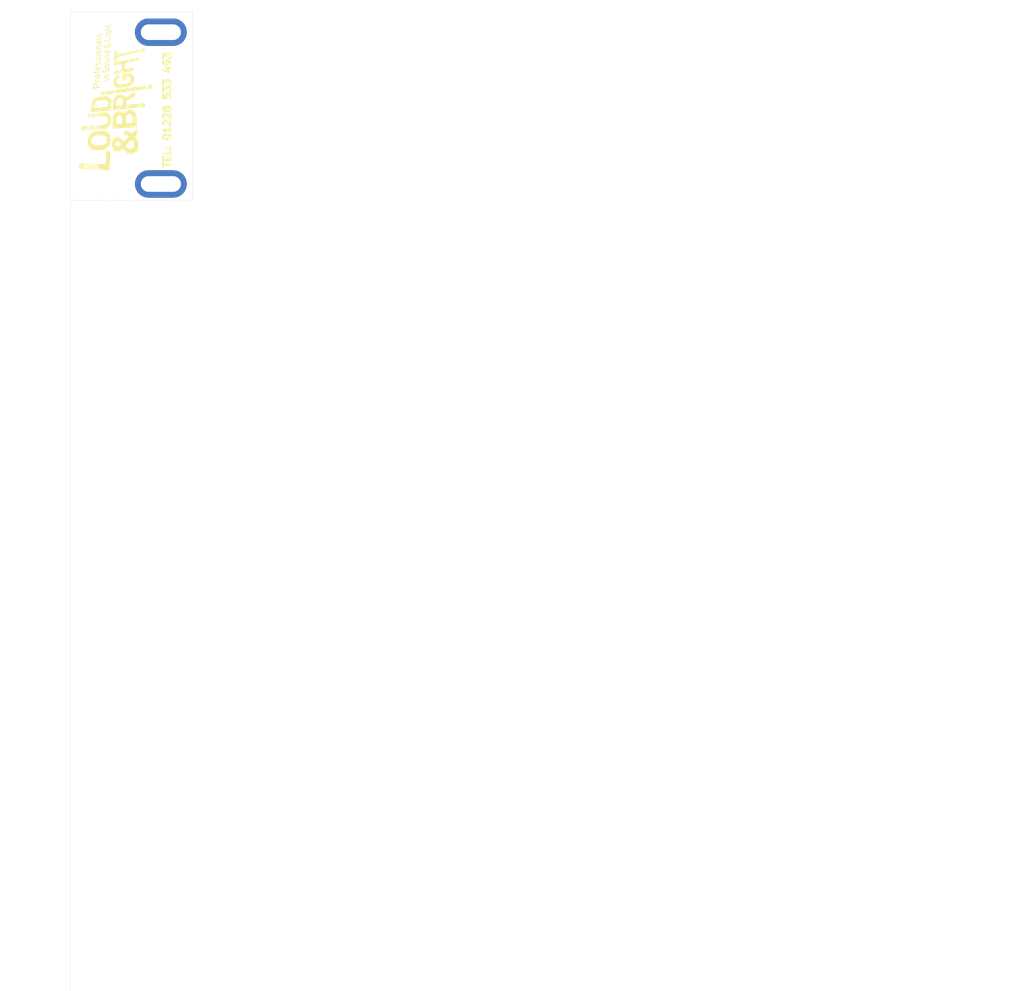
<source format=kicad_pcb>
(kicad_pcb (version 20171130) (host pcbnew "(5.1.7)-1")

  (general
    (thickness 1.6)
    (drawings 6)
    (tracks 0)
    (zones 0)
    (modules 3)
    (nets 2)
  )

  (page A4)
  (layers
    (0 F.Cu signal)
    (31 B.Cu signal)
    (32 B.Adhes user)
    (33 F.Adhes user)
    (34 B.Paste user)
    (35 F.Paste user)
    (36 B.SilkS user)
    (37 F.SilkS user)
    (38 B.Mask user)
    (39 F.Mask user)
    (40 Dwgs.User user)
    (41 Cmts.User user)
    (42 Eco1.User user)
    (43 Eco2.User user)
    (44 Edge.Cuts user)
    (45 Margin user)
    (46 B.CrtYd user)
    (47 F.CrtYd user)
    (48 B.Fab user)
    (49 F.Fab user)
  )

  (setup
    (last_trace_width 0.25)
    (trace_clearance 0.2)
    (zone_clearance 0.508)
    (zone_45_only no)
    (trace_min 0.2)
    (via_size 0.8)
    (via_drill 0.4)
    (via_min_size 0.4)
    (via_min_drill 0.3)
    (uvia_size 0.3)
    (uvia_drill 0.1)
    (uvias_allowed no)
    (uvia_min_size 0.2)
    (uvia_min_drill 0.1)
    (edge_width 0.05)
    (segment_width 0.2)
    (pcb_text_width 0.3)
    (pcb_text_size 1.5 1.5)
    (mod_edge_width 0.12)
    (mod_text_size 1 1)
    (mod_text_width 0.15)
    (pad_size 5.6 5.6)
    (pad_drill 3.2)
    (pad_to_mask_clearance 0.051)
    (solder_mask_min_width 0.25)
    (aux_axis_origin 0 0)
    (visible_elements 7FFFFFFF)
    (pcbplotparams
      (layerselection 0x010fc_ffffffff)
      (usegerberextensions false)
      (usegerberattributes false)
      (usegerberadvancedattributes false)
      (creategerberjobfile false)
      (excludeedgelayer true)
      (linewidth 0.100000)
      (plotframeref false)
      (viasonmask false)
      (mode 1)
      (useauxorigin false)
      (hpglpennumber 1)
      (hpglpenspeed 20)
      (hpglpendiameter 15.000000)
      (psnegative false)
      (psa4output false)
      (plotreference true)
      (plotvalue true)
      (plotinvisibletext false)
      (padsonsilk false)
      (subtractmaskfromsilk false)
      (outputformat 1)
      (mirror false)
      (drillshape 0)
      (scaleselection 1)
      (outputdirectory "PCB/"))
  )

  (net 0 "")
  (net 1 GND)

  (net_class Default "This is the default net class."
    (clearance 0.2)
    (trace_width 0.25)
    (via_dia 0.8)
    (via_drill 0.4)
    (uvia_dia 0.3)
    (uvia_drill 0.1)
  )

  (module AA-ROB-FULL:LBNEWBC (layer F.Cu) (tedit 0) (tstamp 621C033B)
    (at 88.69 36.18 90)
    (fp_text reference G*** (at 0 0 90) (layer F.SilkS) hide
      (effects (font (size 1.524 1.524) (thickness 0.3)))
    )
    (fp_text value LOGO (at 0.75 0 90) (layer F.SilkS) hide
      (effects (font (size 1.524 1.524) (thickness 0.3)))
    )
    (fp_poly (pts (xy 2.29296 6.320638) (xy 2.306421 6.327211) (xy 2.382364 6.377827) (xy 2.45768 6.447128)
      (xy 2.520857 6.522125) (xy 2.560385 6.589831) (xy 2.567967 6.622297) (xy 2.579674 6.678441)
      (xy 2.59651 6.718136) (xy 2.609413 6.783509) (xy 2.6015 6.877533) (xy 2.576215 6.984167)
      (xy 2.537003 7.087369) (xy 2.504448 7.146927) (xy 2.413599 7.245147) (xy 2.3003 7.302932)
      (xy 2.175332 7.317785) (xy 2.049475 7.287211) (xy 2.003323 7.262956) (xy 1.882965 7.163248)
      (xy 1.796727 7.038987) (xy 1.745521 6.899485) (xy 1.73026 6.754057) (xy 1.751855 6.612014)
      (xy 1.811218 6.482672) (xy 1.909261 6.375342) (xy 1.9159 6.370182) (xy 2.038897 6.303474)
      (xy 2.165588 6.286848) (xy 2.29296 6.320638)) (layer F.SilkS) (width 0.01))
    (fp_poly (pts (xy 1.702308 2.722527) (xy 1.798672 2.755437) (xy 1.868753 2.801053) (xy 1.929037 2.872668)
      (xy 1.970243 2.938543) (xy 2.00756 3.014142) (xy 2.027159 3.092191) (xy 2.033826 3.19411)
      (xy 2.034034 3.224095) (xy 2.038939 3.328513) (xy 2.051725 3.425184) (xy 2.067479 3.486535)
      (xy 2.087287 3.576468) (xy 2.086188 3.661261) (xy 2.085189 3.746818) (xy 2.102382 3.839817)
      (xy 2.10625 3.851952) (xy 2.128649 3.970917) (xy 2.128049 4.131561) (xy 2.1272 4.143804)
      (xy 2.121786 4.247824) (xy 2.125648 4.318413) (xy 2.141323 4.372542) (xy 2.169038 4.423484)
      (xy 2.203141 4.506659) (xy 2.222963 4.613022) (xy 2.228138 4.72617) (xy 2.218301 4.829697)
      (xy 2.193085 4.9072) (xy 2.18023 4.925509) (xy 2.1385 5.004932) (xy 2.141339 5.090776)
      (xy 2.186938 5.168608) (xy 2.213635 5.192007) (xy 2.317888 5.29785) (xy 2.389341 5.438662)
      (xy 2.416331 5.53594) (xy 2.428191 5.685012) (xy 2.401678 5.819884) (xy 2.342896 5.934784)
      (xy 2.257948 6.023939) (xy 2.152938 6.081578) (xy 2.033968 6.101926) (xy 1.907143 6.079214)
      (xy 1.862143 6.060079) (xy 1.7451 5.975517) (xy 1.650417 5.852504) (xy 1.5866 5.703209)
      (xy 1.563807 5.616408) (xy 1.557482 5.553493) (xy 1.567553 5.490264) (xy 1.585783 5.428205)
      (xy 1.621645 5.340879) (xy 1.666596 5.265531) (xy 1.689548 5.238804) (xy 1.729967 5.196022)
      (xy 1.737293 5.160744) (xy 1.715465 5.108327) (xy 1.711608 5.100758) (xy 1.672092 5.032067)
      (xy 1.618423 4.948808) (xy 1.592442 4.911314) (xy 1.55683 4.859013) (xy 1.534214 4.813771)
      (xy 1.521892 4.762218) (xy 1.517164 4.69098) (xy 1.517327 4.586687) (xy 1.517993 4.542793)
      (xy 1.518381 4.417852) (xy 1.513883 4.333289) (xy 1.503214 4.278756) (xy 1.485091 4.243909)
      (xy 1.480158 4.238058) (xy 1.45577 4.191495) (xy 1.438127 4.109507) (xy 1.42582 3.985067)
      (xy 1.4241 3.95823) (xy 1.414497 3.847941) (xy 1.400791 3.751885) (xy 1.385343 3.685141)
      (xy 1.378801 3.669289) (xy 1.362571 3.615749) (xy 1.350949 3.530609) (xy 1.346646 3.44046)
      (xy 1.340274 3.330574) (xy 1.324187 3.242087) (xy 1.309409 3.203604) (xy 1.274037 3.094504)
      (xy 1.28127 2.979378) (xy 1.326386 2.8708) (xy 1.404664 2.781347) (xy 1.486192 2.732738)
      (xy 1.56059 2.708154) (xy 1.626524 2.706192) (xy 1.702308 2.722527)) (layer F.SilkS) (width 0.01))
    (fp_poly (pts (xy -1.835567 2.230923) (xy -1.741242 2.251935) (xy -1.690791 2.275199) (xy -1.567562 2.375357)
      (xy -1.49137 2.491384) (xy -1.459378 2.629228) (xy -1.462961 2.752954) (xy -1.469064 2.857771)
      (xy -1.457679 2.922025) (xy -1.44783 2.938347) (xy -1.432591 2.979058) (xy -1.417005 3.058452)
      (xy -1.403115 3.164418) (xy -1.395402 3.249157) (xy -1.385354 3.370526) (xy -1.374554 3.480765)
      (xy -1.364534 3.565104) (xy -1.358936 3.600193) (xy -1.357857 3.683705) (xy -1.379273 3.785419)
      (xy -1.383908 3.799721) (xy -1.406977 3.874299) (xy -1.411252 3.922702) (xy -1.395885 3.966332)
      (xy -1.375967 4.000629) (xy -1.304624 4.155583) (xy -1.281044 4.305208) (xy -1.304856 4.44513)
      (xy -1.375693 4.570973) (xy -1.428827 4.627427) (xy -1.488645 4.68915) (xy -1.512596 4.736181)
      (xy -1.51037 4.772781) (xy -1.477501 4.824437) (xy -1.44471 4.844984) (xy -1.401897 4.86994)
      (xy -1.337225 4.920297) (xy -1.26454 4.985256) (xy -1.263121 4.98661) (xy -1.131432 5.112398)
      (xy -1.134531 5.30073) (xy -1.138272 5.402434) (xy -1.14893 5.471355) (xy -1.17178 5.525535)
      (xy -1.212101 5.583017) (xy -1.220062 5.593141) (xy -1.330208 5.700543) (xy -1.454827 5.768623)
      (xy -1.585084 5.794834) (xy -1.712146 5.776629) (xy -1.76928 5.751437) (xy -1.919097 5.648585)
      (xy -2.021603 5.53063) (xy -2.078936 5.394334) (xy -2.093741 5.259794) (xy -2.091978 5.189428)
      (xy -2.08272 5.138239) (xy -2.058773 5.092614) (xy -2.012946 5.038939) (xy -1.938047 4.963602)
      (xy -1.936412 4.961987) (xy -1.865336 4.887541) (xy -1.811101 4.822648) (xy -1.782284 4.777901)
      (xy -1.77978 4.768528) (xy -1.799738 4.732496) (xy -1.85006 4.686944) (xy -1.877233 4.668247)
      (xy -2.003341 4.568926) (xy -2.083601 4.456766) (xy -2.122609 4.325329) (xy -2.122717 4.324552)
      (xy -2.129965 4.246495) (xy -2.129003 4.188863) (xy -2.124798 4.17264) (xy -2.111103 4.134058)
      (xy -2.094538 4.065838) (xy -2.087907 4.032645) (xy -2.078174 3.949905) (xy -2.089926 3.888121)
      (xy -2.118745 3.833899) (xy -2.149785 3.756205) (xy -2.176122 3.63212) (xy -2.197196 3.465936)
      (xy -2.212449 3.261944) (xy -2.220701 3.051051) (xy -2.227829 2.938262) (xy -2.241862 2.828328)
      (xy -2.259078 2.747754) (xy -2.284054 2.610333) (xy -2.267961 2.490573) (xy -2.207845 2.379829)
      (xy -2.100751 2.269455) (xy -2.093514 2.263287) (xy -2.030425 2.236045) (xy -1.938202 2.225441)
      (xy -1.835567 2.230923)) (layer F.SilkS) (width 0.01))
    (fp_poly (pts (xy 9.715706 4.980399) (xy 9.827217 5.04088) (xy 9.903255 5.095767) (xy 9.948071 5.14695)
      (xy 9.975996 5.213334) (xy 9.986222 5.25064) (xy 10.00616 5.404468) (xy 9.984238 5.537755)
      (xy 9.921354 5.645156) (xy 9.919599 5.647097) (xy 9.827888 5.715541) (xy 9.724961 5.735027)
      (xy 9.615792 5.704618) (xy 9.615377 5.704409) (xy 9.508956 5.624162) (xy 9.420396 5.503801)
      (xy 9.369768 5.391604) (xy 9.336511 5.27356) (xy 9.334572 5.183905) (xy 9.366056 5.109402)
      (xy 9.425088 5.04402) (xy 9.518201 4.978693) (xy 9.612269 4.957508) (xy 9.715706 4.980399)) (layer F.SilkS) (width 0.01))
    (fp_poly (pts (xy 8.984566 1.873475) (xy 9.044687 1.906671) (xy 9.146144 2.016868) (xy 9.215761 2.159714)
      (xy 9.244244 2.286768) (xy 9.263985 2.395269) (xy 9.294051 2.50702) (xy 9.309033 2.54984)
      (xy 9.337471 2.638903) (xy 9.354536 2.723645) (xy 9.356713 2.753243) (xy 9.36931 2.837179)
      (xy 9.395498 2.909008) (xy 9.420587 2.991278) (xy 9.43008 3.102388) (xy 9.429754 3.128808)
      (xy 9.433854 3.237663) (xy 9.457152 3.320301) (xy 9.479958 3.362841) (xy 9.513576 3.442768)
      (xy 9.532372 3.539505) (xy 9.535669 3.636543) (xy 9.522788 3.717375) (xy 9.496396 3.762963)
      (xy 9.45803 3.823497) (xy 9.466787 3.901546) (xy 9.522399 3.996192) (xy 9.585385 4.068068)
      (xy 9.712512 4.198585) (xy 9.712512 4.370436) (xy 9.709892 4.467888) (xy 9.699442 4.529879)
      (xy 9.677273 4.571646) (xy 9.655305 4.594648) (xy 9.571997 4.651342) (xy 9.489774 4.661373)
      (xy 9.411201 4.634953) (xy 9.314156 4.561351) (xy 9.240664 4.455072) (xy 9.194927 4.329852)
      (xy 9.181152 4.199427) (xy 9.203542 4.077534) (xy 9.226028 4.029985) (xy 9.259893 3.967813)
      (xy 9.278832 3.923778) (xy 9.28028 3.916354) (xy 9.263188 3.888657) (xy 9.218742 3.838444)
      (xy 9.166806 3.786526) (xy 9.093945 3.708102) (xy 9.050954 3.633319) (xy 9.025198 3.542862)
      (xy 9.012029 3.456982) (xy 9.009046 3.385172) (xy 9.012862 3.357576) (xy 9.01104 3.304754)
      (xy 8.986887 3.222568) (xy 8.961078 3.160359) (xy 8.918588 3.047868) (xy 8.883649 2.921002)
      (xy 8.870591 2.851994) (xy 8.854617 2.759634) (xy 8.836311 2.68261) (xy 8.822441 2.643906)
      (xy 8.804239 2.585174) (xy 8.796367 2.512432) (xy 8.787268 2.440343) (xy 8.764843 2.346879)
      (xy 8.746346 2.288288) (xy 8.711372 2.176404) (xy 8.699097 2.094402) (xy 8.70921 2.026819)
      (xy 8.739766 1.961017) (xy 8.805176 1.892521) (xy 8.891767 1.862451) (xy 8.984566 1.873475)) (layer F.SilkS) (width 0.01))
    (fp_poly (pts (xy 7.591947 2.525651) (xy 7.687676 2.611909) (xy 7.751789 2.730762) (xy 7.779445 2.875572)
      (xy 7.78018 2.905032) (xy 7.787739 3.001558) (xy 7.807835 3.074036) (xy 7.817509 3.090686)
      (xy 7.840194 3.14536) (xy 7.853899 3.225748) (xy 7.855647 3.262206) (xy 7.868401 3.367561)
      (xy 7.899558 3.476772) (xy 7.910064 3.502048) (xy 7.942431 3.588083) (xy 7.953215 3.669435)
      (xy 7.947006 3.767032) (xy 7.939953 3.856592) (xy 7.946423 3.916419) (xy 7.970134 3.966675)
      (xy 7.988743 3.993334) (xy 8.020401 4.045088) (xy 8.038299 4.103796) (xy 8.04597 4.18577)
      (xy 8.047147 4.26309) (xy 8.04567 4.362647) (xy 8.038489 4.425966) (xy 8.021476 4.467637)
      (xy 7.990501 4.502249) (xy 7.975809 4.515214) (xy 7.891567 4.566842) (xy 7.807045 4.572928)
      (xy 7.716 4.532661) (xy 7.639772 4.471637) (xy 7.578923 4.408314) (xy 7.537614 4.351481)
      (xy 7.525925 4.32028) (xy 7.515542 4.262199) (xy 7.496453 4.209179) (xy 7.480163 4.147241)
      (xy 7.489257 4.072728) (xy 7.4982 4.040294) (xy 7.515589 3.967658) (xy 7.511876 3.922354)
      (xy 7.494305 3.894022) (xy 7.441853 3.805934) (xy 7.398315 3.685346) (xy 7.369783 3.55053)
      (xy 7.364628 3.505213) (xy 7.35021 3.408994) (xy 7.327051 3.321033) (xy 7.311942 3.284003)
      (xy 7.286536 3.208497) (xy 7.272589 3.115763) (xy 7.271671 3.089189) (xy 7.262415 2.997435)
      (xy 7.239346 2.912358) (xy 7.23074 2.893098) (xy 7.200451 2.791459) (xy 7.206753 2.689102)
      (xy 7.243659 2.596425) (xy 7.30518 2.523826) (xy 7.385328 2.481703) (xy 7.469438 2.478629)
      (xy 7.591947 2.525651)) (layer F.SilkS) (width 0.01))
    (fp_poly (pts (xy -9.349026 -0.95027) (xy -9.190999 -0.942928) (xy -9.062606 -0.928602) (xy -8.953287 -0.905346)
      (xy -8.85248 -0.871217) (xy -8.749624 -0.824269) (xy -8.694483 -0.795571) (xy -8.630114 -0.760463)
      (xy -8.582924 -0.731371) (xy -8.537387 -0.697092) (xy -8.477978 -0.646427) (xy -8.433407 -0.6072)
      (xy -8.287605 -0.445297) (xy -8.175771 -0.249162) (xy -8.101687 -0.025486) (xy -8.099824 -0.017244)
      (xy -8.078172 0.088435) (xy -8.069336 0.167642) (xy -8.073089 0.243056) (xy -8.089203 0.337353)
      (xy -8.09592 0.370331) (xy -8.154844 0.560953) (xy -8.250674 0.730177) (xy -8.388398 0.885263)
      (xy -8.530643 1.00296) (xy -8.59194 1.049594) (xy -8.634544 1.084387) (xy -8.644645 1.09415)
      (xy -8.672301 1.115226) (xy -8.729338 1.151554) (xy -8.773318 1.177723) (xy -8.881356 1.249027)
      (xy -8.954295 1.315615) (xy -8.987619 1.372596) (xy -8.983978 1.405946) (xy -8.947373 1.456173)
      (xy -8.877424 1.537569) (xy -8.77331 1.651023) (xy -8.634211 1.797423) (xy -8.459305 1.977657)
      (xy -8.396546 2.041699) (xy -8.262416 2.177139) (xy -8.157973 2.277457) (xy -8.077794 2.344316)
      (xy -8.016457 2.379378) (xy -7.968539 2.384308) (xy -7.928618 2.360767) (xy -7.891272 2.31042)
      (xy -7.851078 2.234928) (xy -7.839988 2.2124) (xy -7.772807 2.037335) (xy -7.724461 1.823041)
      (xy -7.719926 1.795017) (xy -7.700717 1.686794) (xy -7.68062 1.598145) (xy -7.662517 1.540701)
      (xy -7.653178 1.525602) (xy -7.619392 1.51983) (xy -7.546334 1.515567) (xy -7.444718 1.512782)
      (xy -7.32526 1.511445) (xy -7.198674 1.511524) (xy -7.075675 1.512989) (xy -6.966977 1.515809)
      (xy -6.883297 1.519953) (xy -6.835348 1.525389) (xy -6.828508 1.527982) (xy -6.824382 1.559982)
      (xy -6.82854 1.631532) (xy -6.839459 1.732287) (xy -6.855614 1.851902) (xy -6.87548 1.98003)
      (xy -6.897533 2.106326) (xy -6.92025 2.220444) (xy -6.942105 2.31204) (xy -6.946146 2.326426)
      (xy -6.974658 2.412862) (xy -7.014089 2.517325) (xy -7.059384 2.628106) (xy -7.105486 2.733496)
      (xy -7.14734 2.821784) (xy -7.179891 2.881262) (xy -7.193141 2.898498) (xy -7.23133 2.942008)
      (xy -7.271975 3.003606) (xy -7.304463 3.065057) (xy -7.318179 3.108126) (xy -7.317803 3.112658)
      (xy -7.299026 3.138706) (xy -7.250565 3.195351) (xy -7.17802 3.276575) (xy -7.086994 3.37636)
      (xy -6.983087 3.488688) (xy -6.871903 3.607541) (xy -6.759042 3.726901) (xy -6.650107 3.84075)
      (xy -6.550698 3.94307) (xy -6.466419 4.027843) (xy -6.460344 4.033838) (xy -6.412958 4.086462)
      (xy -6.389307 4.124895) (xy -6.389618 4.13523) (xy -6.42081 4.143917) (xy -6.493335 4.154675)
      (xy -6.59776 4.166686) (xy -6.724651 4.179136) (xy -6.864571 4.191207) (xy -7.008088 4.202083)
      (xy -7.145766 4.210948) (xy -7.268171 4.216984) (xy -7.361727 4.219356) (xy -7.566197 4.220621)
      (xy -7.765893 4.017217) (xy -7.8524 3.933374) (xy -7.929136 3.86685) (xy -7.987277 3.82487)
      (xy -8.014226 3.813814) (xy -8.054622 3.828602) (xy -8.123243 3.868332) (xy -8.208709 3.926052)
      (xy -8.260444 3.96422) (xy -8.424055 4.07885) (xy -8.586502 4.169746) (xy -8.7615 4.242826)
      (xy -8.962766 4.304009) (xy -9.149596 4.347873) (xy -9.338884 4.377205) (xy -9.560547 4.393832)
      (xy -9.797732 4.397792) (xy -10.033585 4.389124) (xy -10.251253 4.367868) (xy -10.386287 4.344994)
      (xy -10.496701 4.319201) (xy -10.595145 4.291603) (xy -10.665762 4.266818) (xy -10.682602 4.25876)
      (xy -10.739262 4.231403) (xy -10.777149 4.220621) (xy -10.819348 4.204899) (xy -10.888129 4.163231)
      (xy -10.972435 4.103858) (xy -11.061207 4.035025) (xy -11.143388 3.964973) (xy -11.207919 3.901946)
      (xy -11.214541 3.894578) (xy -11.300432 3.785375) (xy -11.376273 3.667756) (xy -11.432702 3.557487)
      (xy -11.457523 3.4854) (xy -11.475088 3.420528) (xy -11.50136 3.3361) (xy -11.511676 3.305305)
      (xy -11.531986 3.219717) (xy -11.544477 3.100683) (xy -11.549775 2.941058) (xy -11.550032 2.868108)
      (xy -11.547431 2.771417) (xy -10.513414 2.771417) (xy -10.511651 2.894038) (xy -10.505286 2.976723)
      (xy -10.492702 3.0303) (xy -10.472282 3.065597) (xy -10.468919 3.06946) (xy -10.435103 3.116472)
      (xy -10.424425 3.146042) (xy -10.404986 3.181588) (xy -10.353839 3.2361) (xy -10.281739 3.300567)
      (xy -10.199443 3.365979) (xy -10.117705 3.423325) (xy -10.047282 3.463594) (xy -10.043044 3.465545)
      (xy -9.870417 3.520239) (xy -9.672409 3.544587) (xy -9.464684 3.538262) (xy -9.262906 3.500938)
      (xy -9.204005 3.48302) (xy -9.034338 3.417572) (xy -8.893024 3.346323) (xy -8.784489 3.272739)
      (xy -8.713158 3.200288) (xy -8.683456 3.132437) (xy -8.693171 3.082833) (xy -8.717578 3.052447)
      (xy -8.772346 2.991674) (xy -8.852069 2.906268) (xy -8.951339 2.801989) (xy -9.06475 2.684591)
      (xy -9.128941 2.618819) (xy -9.255983 2.488774) (xy -9.379704 2.361527) (xy -9.492705 2.244731)
      (xy -9.587586 2.146042) (xy -9.65695 2.073115) (xy -9.674686 2.054173) (xy -9.764014 1.963498)
      (xy -9.834064 1.911587) (xy -9.896346 1.896735) (xy -9.96237 1.917234) (xy -10.043646 1.971379)
      (xy -10.074042 1.994969) (xy -10.154722 2.064943) (xy -10.237827 2.147287) (xy -10.314762 2.232149)
      (xy -10.376935 2.309679) (xy -10.415751 2.370025) (xy -10.424425 2.396627) (xy -10.440078 2.434832)
      (xy -10.468919 2.473329) (xy -10.490494 2.507052) (xy -10.50402 2.557631) (xy -10.511112 2.635895)
      (xy -10.513388 2.752672) (xy -10.513414 2.771417) (xy -11.547431 2.771417) (xy -11.54513 2.68593)
      (xy -11.528706 2.538655) (xy -11.496522 2.410855) (xy -11.444339 2.287107) (xy -11.367917 2.151985)
      (xy -11.341788 2.11031) (xy -11.295317 2.04572) (xy -11.229254 1.964548) (xy -11.151516 1.875302)
      (xy -11.070021 1.78649) (xy -10.992687 1.706617) (xy -10.927432 1.644191) (xy -10.882173 1.607719)
      (xy -10.868503 1.601802) (xy -10.839239 1.587118) (xy -10.785203 1.549489) (xy -10.744861 1.518334)
      (xy -10.67029 1.463461) (xy -10.599584 1.41905) (xy -10.572826 1.40547) (xy -10.51115 1.358921)
      (xy -10.48238 1.295934) (xy -10.492794 1.235825) (xy -10.520698 1.197983) (xy -10.571199 1.138383)
      (xy -10.615707 1.089116) (xy -10.752298 0.92057) (xy -10.876291 0.728034) (xy -10.961536 0.559359)
      (xy -10.988664 0.489984) (xy -11.006155 0.423417) (xy -11.015894 0.345693) (xy -11.019765 0.242846)
      (xy -11.019834 0.161145) (xy -10.000396 0.161145) (xy -9.997012 0.258253) (xy -9.992101 0.279999)
      (xy -9.957079 0.361886) (xy -9.898903 0.456917) (xy -9.825906 0.555333) (xy -9.746418 0.647377)
      (xy -9.668774 0.72329) (xy -9.601304 0.773313) (xy -9.55818 0.788188) (xy -9.500615 0.774914)
      (xy -9.438295 0.744704) (xy -9.31913 0.663634) (xy -9.206171 0.576093) (xy -9.110617 0.491557)
      (xy -9.043663 0.419503) (xy -9.028229 0.397658) (xy -8.981951 0.277561) (xy -8.976499 0.145201)
      (xy -9.011399 0.017982) (xy -9.039965 -0.032691) (xy -9.144589 -0.14587) (xy -9.274928 -0.224685)
      (xy -9.420724 -0.268106) (xy -9.571721 -0.275099) (xy -9.717662 -0.244631) (xy -9.84829 -0.175672)
      (xy -9.910506 -0.120309) (xy -9.952884 -0.049032) (xy -9.984267 0.051751) (xy -10.000396 0.161145)
      (xy -11.019834 0.161145) (xy -11.019864 0.127127) (xy -11.01822 -0.000955) (xy -11.013634 -0.092045)
      (xy -11.00343 -0.16) (xy -10.984932 -0.218678) (xy -10.955463 -0.281938) (xy -10.932341 -0.326092)
      (xy -10.811992 -0.506681) (xy -10.657059 -0.657818) (xy -10.463889 -0.782237) (xy -10.22883 -0.882672)
      (xy -10.157458 -0.90611) (xy -10.09061 -0.924083) (xy -10.017441 -0.936971) (xy -9.928339 -0.945507)
      (xy -9.81369 -0.950422) (xy -9.663882 -0.952448) (xy -9.547248 -0.95257) (xy -9.349026 -0.95027)) (layer F.SilkS) (width 0.01))
    (fp_poly (pts (xy -5.758859 -0.844785) (xy -5.540815 -0.841281) (xy -5.292607 -0.835808) (xy -5.034861 -0.828914)
      (xy -4.7882 -0.821147) (xy -4.588651 -0.813695) (xy -4.39255 -0.80508) (xy -4.238808 -0.796748)
      (xy -4.118946 -0.787762) (xy -4.024485 -0.777185) (xy -3.946949 -0.76408) (xy -3.877858 -0.74751)
      (xy -3.813175 -0.727982) (xy -3.655241 -0.671939) (xy -3.527159 -0.616561) (xy -3.437348 -0.565652)
      (xy -3.414883 -0.548159) (xy -3.375436 -0.516372) (xy -3.315744 -0.471479) (xy -3.300468 -0.46035)
      (xy -3.212537 -0.381693) (xy -3.118742 -0.273524) (xy -3.033013 -0.153172) (xy -2.981495 -0.063564)
      (xy -2.903069 0.139733) (xy -2.851304 0.38337) (xy -2.834205 0.537038) (xy -2.827144 0.656993)
      (xy -2.829477 0.742393) (xy -2.842448 0.808879) (xy -2.859525 0.854856) (xy -2.935252 1.01867)
      (xy -3.004126 1.141906) (xy -3.072041 1.233211) (xy -3.144894 1.301233) (xy -3.181308 1.326841)
      (xy -3.238357 1.380928) (xy -3.265914 1.442659) (xy -3.257695 1.493485) (xy -3.228285 1.52017)
      (xy -3.170664 1.5615) (xy -3.129536 1.588226) (xy -3.032222 1.65836) (xy -2.933524 1.744765)
      (xy -2.84459 1.836074) (xy -2.776563 1.920921) (xy -2.742077 1.983355) (xy -2.717831 2.036075)
      (xy -2.695496 2.059397) (xy -2.694629 2.059459) (xy -2.676058 2.081532) (xy -2.658735 2.135349)
      (xy -2.657329 2.142092) (xy -2.64279 2.21109) (xy -2.621598 2.306713) (xy -2.602426 2.390563)
      (xy -2.581864 2.52472) (xy -2.575157 2.679119) (xy -2.581016 2.842218) (xy -2.598153 3.002477)
      (xy -2.625279 3.148355) (xy -2.661106 3.268311) (xy -2.704347 3.350803) (xy -2.710431 3.358158)
      (xy -2.73962 3.402351) (xy -2.745946 3.424226) (xy -2.763818 3.455602) (xy -2.810921 3.510165)
      (xy -2.877491 3.578467) (xy -2.953761 3.651062) (xy -3.029964 3.718502) (xy -3.096335 3.77134)
      (xy -3.124431 3.790344) (xy -3.237259 3.851454) (xy -3.360262 3.901947) (xy -3.499917 3.943069)
      (xy -3.662699 3.976065) (xy -3.855083 4.002181) (xy -4.083544 4.022661) (xy -4.35456 4.038751)
      (xy -4.435676 4.042495) (xy -4.621926 4.051265) (xy -4.808258 4.061113) (xy -4.982846 4.071335)
      (xy -5.133864 4.081228) (xy -5.249484 4.090088) (xy -5.275776 4.092466) (xy -5.53067 4.115072)
      (xy -5.736734 4.129507) (xy -5.89532 4.135803) (xy -6.007783 4.133995) (xy -6.075476 4.124114)
      (xy -6.096786 4.112612) (xy -6.107088 4.075449) (xy -6.11761 3.990188) (xy -6.128145 3.85958)
      (xy -6.138485 3.686376) (xy -6.148421 3.473327) (xy -6.152135 3.380218) (xy -6.160482 3.176002)
      (xy -6.169894 2.969688) (xy -6.179793 2.772365) (xy -6.189602 2.595122) (xy -6.198745 2.449047)
      (xy -6.204986 2.364564) (xy -6.213593 2.245466) (xy -6.221844 2.110188) (xy -5.265508 2.110188)
      (xy -5.263255 2.195363) (xy -5.257449 2.313295) (xy -5.248278 2.47025) (xy -5.237661 2.644244)
      (xy -5.22666 2.819978) (xy -5.217339 2.952154) (xy -5.208529 3.047982) (xy -5.199061 3.114676)
      (xy -5.187768 3.159446) (xy -5.173481 3.189506) (xy -5.155031 3.212068) (xy -5.14394 3.222735)
      (xy -5.082759 3.263136) (xy -5.009811 3.270452) (xy -4.98825 3.268255) (xy -4.909159 3.258945)
      (xy -4.807246 3.247703) (xy -4.741842 3.240817) (xy -4.658633 3.233569) (xy -4.539473 3.224897)
      (xy -4.399202 3.215805) (xy -4.252661 3.207301) (xy -4.227437 3.205946) (xy -4.084298 3.197945)
      (xy -3.981432 3.190137) (xy -3.908317 3.180289) (xy -3.854434 3.166168) (xy -3.809261 3.145542)
      (xy -3.762277 3.11618) (xy -3.743082 3.103169) (xy -3.648554 3.027905) (xy -3.574567 2.940249)
      (xy -3.509349 2.82483) (xy -3.479259 2.758659) (xy -3.448859 2.67794) (xy -3.437033 2.607586)
      (xy -3.443948 2.530378) (xy -3.469767 2.429099) (xy -3.482822 2.386312) (xy -3.560048 2.216691)
      (xy -3.673802 2.076178) (xy -3.817507 1.971176) (xy -3.970978 1.911322) (xy -4.044718 1.900288)
      (xy -4.153772 1.893432) (xy -4.289021 1.890424) (xy -4.441344 1.890934) (xy -4.601622 1.894632)
      (xy -4.760735 1.901189) (xy -4.909563 1.910275) (xy -5.038985 1.921559) (xy -5.139883 1.934712)
      (xy -5.203135 1.949404) (xy -5.216824 1.956379) (xy -5.235187 1.971749) (xy -5.249047 1.98855)
      (xy -5.258594 2.013046) (xy -5.264018 2.051504) (xy -5.265508 2.110188) (xy -6.221844 2.110188)
      (xy -6.223215 2.087718) (xy -6.233207 1.903499) (xy -6.242925 1.704982) (xy -6.251725 1.504344)
      (xy -6.255424 1.411111) (xy -6.263399 1.216871) (xy -6.272422 1.021793) (xy -6.281889 0.837307)
      (xy -6.291197 0.674845) (xy -6.299745 0.545836) (xy -6.303686 0.495796) (xy -6.311653 0.380441)
      (xy -6.316237 0.289786) (xy -5.388614 0.289786) (xy -5.387667 0.437351) (xy -5.383258 0.589289)
      (xy -5.375292 0.736321) (xy -5.368807 0.817859) (xy -5.360047 0.911919) (xy -5.349002 0.984492)
      (xy -5.329633 1.03816) (xy -5.295902 1.075499) (xy -5.24177 1.09909) (xy -5.1612 1.111512)
      (xy -5.048152 1.115343) (xy -4.896589 1.113163) (xy -4.700471 1.107551) (xy -4.691185 1.107279)
      (xy -4.523878 1.101783) (xy -4.370628 1.095604) (xy -4.239828 1.089173) (xy -4.139872 1.08292)
      (xy -4.079152 1.077275) (xy -4.068069 1.075367) (xy -3.9795 1.035586) (xy -3.881817 0.962859)
      (xy -3.789926 0.86906) (xy -3.758543 0.828868) (xy -3.700737 0.708159) (xy -3.681937 0.568979)
      (xy -3.699834 0.422501) (xy -3.752116 0.279896) (xy -3.836473 0.152335) (xy -3.913942 0.077523)
      (xy -3.991133 0.021295) (xy -4.068455 -0.022056) (xy -4.153909 -0.054128) (xy -4.255497 -0.076517)
      (xy -4.38122 -0.090817) (xy -4.539081 -0.098627) (xy -4.737082 -0.101542) (xy -4.812398 -0.101702)
      (xy -5.009037 -0.100608) (xy -5.158485 -0.097194) (xy -5.26436 -0.091257) (xy -5.33028 -0.082596)
      (xy -5.35968 -0.071191) (xy -5.371631 -0.033896) (xy -5.3805 0.044884) (xy -5.386193 0.15587)
      (xy -5.388614 0.289786) (xy -6.316237 0.289786) (xy -6.319369 0.227863) (xy -6.326299 0.05169)
      (xy -6.331906 -0.134451) (xy -6.335655 -0.316931) (xy -6.335668 -0.317818) (xy -6.343644 -0.851752)
      (xy -5.758859 -0.844785)) (layer F.SilkS) (width 0.01))
    (fp_poly (pts (xy -2.326738 -0.770969) (xy -2.176069 -0.768737) (xy -2.003955 -0.765097) (xy -1.817734 -0.76027)
      (xy -1.624745 -0.754474) (xy -1.432326 -0.74793) (xy -1.247815 -0.740859) (xy -1.078552 -0.733479)
      (xy -0.931875 -0.726011) (xy -0.815122 -0.718676) (xy -0.737338 -0.711886) (xy -0.485738 -0.669018)
      (xy -0.267922 -0.599463) (xy -0.072247 -0.499388) (xy -0.050851 -0.485887) (xy 0.157729 -0.321956)
      (xy 0.331447 -0.121187) (xy 0.469909 0.11587) (xy 0.569557 0.377945) (xy 0.589789 0.474506)
      (xy 0.603163 0.596673) (xy 0.609634 0.731192) (xy 0.609156 0.864813) (xy 0.601685 0.984283)
      (xy 0.587176 1.076352) (xy 0.572072 1.118719) (xy 0.544541 1.182024) (xy 0.534834 1.228473)
      (xy 0.514511 1.292377) (xy 0.461428 1.375374) (xy 0.38443 1.467321) (xy 0.292364 1.558077)
      (xy 0.194075 1.637498) (xy 0.15531 1.663624) (xy 0.081172 1.714058) (xy 0.037808 1.75886)
      (xy 0.024836 1.808062) (xy 0.041874 1.8717) (xy 0.088541 1.959807) (xy 0.140804 2.044873)
      (xy 0.198807 2.139252) (xy 0.244925 2.218089) (xy 0.273374 2.271272) (xy 0.279679 2.287769)
      (xy 0.29855 2.317179) (xy 0.300247 2.317951) (xy 0.322661 2.342716) (xy 0.361596 2.399458)
      (xy 0.408305 2.475361) (xy 0.459455 2.561428) (xy 0.505719 2.637563) (xy 0.533933 2.682382)
      (xy 0.567196 2.734503) (xy 0.615567 2.811974) (xy 0.661061 2.885786) (xy 0.714539 2.972594)
      (xy 0.7638 3.051686) (xy 0.793293 3.098284) (xy 0.829024 3.156347) (xy 0.87791 3.238917)
      (xy 0.919932 3.311662) (xy 0.965036 3.385943) (xy 1.002206 3.438572) (xy 1.022885 3.457858)
      (xy 1.0407 3.478287) (xy 1.042442 3.492567) (xy 1.057201 3.535248) (xy 1.092999 3.591505)
      (xy 1.095726 3.595016) (xy 1.130995 3.64771) (xy 1.137384 3.685636) (xy 1.110022 3.711953)
      (xy 1.044042 3.72982) (xy 0.934573 3.742396) (xy 0.86022 3.747803) (xy 0.73106 3.756728)
      (xy 0.603597 3.766398) (xy 0.497374 3.775298) (xy 0.457657 3.779053) (xy 0.373414 3.784788)
      (xy 0.321385 3.777695) (xy 0.283671 3.753563) (xy 0.264399 3.73358) (xy 0.220354 3.678745)
      (xy 0.193266 3.635836) (xy 0.169365 3.590576) (xy 0.131604 3.524718) (xy 0.119557 3.504471)
      (xy 0.092422 3.458789) (xy 0.043403 3.375755) (xy -0.023666 3.261882) (xy -0.104951 3.123687)
      (xy -0.196618 2.967684) (xy -0.294832 2.800388) (xy -0.314345 2.767134) (xy -0.438931 2.554718)
      (xy -0.540516 2.381884) (xy -0.622006 2.244455) (xy -0.686307 2.138256) (xy -0.736325 2.059111)
      (xy -0.774967 2.002844) (xy -0.805137 1.96528) (xy -0.829742 1.942242) (xy -0.851688 1.929556)
      (xy -0.873881 1.923045) (xy -0.899227 1.918535) (xy -0.90572 1.917357) (xy -0.972501 1.911973)
      (xy -1.072648 1.9123) (xy -1.189029 1.918079) (xy -1.243066 1.922475) (xy -1.487388 1.945045)
      (xy -1.494837 2.021321) (xy -1.506008 2.104063) (xy -1.524328 2.140962) (xy -1.558457 2.137004)
      (xy -1.617053 2.097173) (xy -1.62115 2.094046) (xy -1.679203 2.054473) (xy -1.735038 2.032462)
      (xy -1.80726 2.023071) (xy -1.894929 2.021321) (xy -1.994098 2.023637) (xy -2.063309 2.034769)
      (xy -2.123389 2.060992) (xy -2.195167 2.10858) (xy -2.202876 2.1141) (xy -2.332112 2.206878)
      (xy -2.348338 2.014918) (xy -2.356716 1.89558) (xy -2.362627 1.772831) (xy -2.364707 1.680598)
      (xy -2.369851 1.579415) (xy -2.382779 1.48173) (xy -2.391685 1.441599) (xy -2.403753 1.377984)
      (xy -2.418235 1.266793) (xy -2.43483 1.111228) (xy -2.453242 0.914491) (xy -2.473173 0.679785)
      (xy -2.494324 0.410312) (xy -2.516203 0.11191) (xy -1.721949 0.11191) (xy -1.714682 0.194319)
      (xy -1.705317 0.271563) (xy -1.688323 0.411213) (xy -1.670049 0.569232) (xy -1.654215 0.713385)
      (xy -1.653032 0.724625) (xy -1.629609 0.916802) (xy -1.6044 1.064808) (xy -1.577856 1.166565)
      (xy -1.550426 1.219996) (xy -1.544438 1.224984) (xy -1.509608 1.231605) (xy -1.432937 1.237352)
      (xy -1.323434 1.241834) (xy -1.190106 1.244657) (xy -1.074739 1.245456) (xy -0.901521 1.244592)
      (xy -0.770494 1.241205) (xy -0.673034 1.234629) (xy -0.600516 1.2242) (xy -0.544314 1.209253)
      (xy -0.528093 1.2033) (xy -0.370132 1.116836) (xy -0.245809 0.993021) (xy -0.203615 0.930787)
      (xy -0.168585 0.8641) (xy -0.150143 0.798207) (xy -0.144234 0.713365) (xy -0.145008 0.64546)
      (xy -0.163319 0.480796) (xy -0.213322 0.344766) (xy -0.30212 0.221752) (xy -0.367454 0.156387)
      (xy -0.436356 0.094578) (xy -0.496902 0.047657) (xy -0.557671 0.013389) (xy -0.627242 -0.01046)
      (xy -0.714193 -0.026124) (xy -0.827104 -0.035837) (xy -0.974552 -0.041834) (xy -1.144145 -0.045906)
      (xy -1.315035 -0.049283) (xy -1.44239 -0.050759) (xy -1.533507 -0.04978) (xy -1.595686 -0.045789)
      (xy -1.636224 -0.038229) (xy -1.662419 -0.026545) (xy -1.681568 -0.01018) (xy -1.686783 -0.004549)
      (xy -1.70882 0.024699) (xy -1.720269 0.059444) (xy -1.721949 0.11191) (xy -2.516203 0.11191)
      (xy -2.516397 0.109275) (xy -2.518734 0.076276) (xy -2.530217 -0.068654) (xy -2.543753 -0.2121)
      (xy -2.557681 -0.337839) (xy -2.570343 -0.429649) (xy -2.570774 -0.432232) (xy -2.592955 -0.56447)
      (xy -2.607122 -0.654856) (xy -2.613421 -0.711729) (xy -2.611999 -0.74343) (xy -2.603004 -0.758297)
      (xy -2.586584 -0.76467) (xy -2.576688 -0.767019) (xy -2.534386 -0.77033) (xy -2.448623 -0.771574)
      (xy -2.326738 -0.770969)) (layer F.SilkS) (width 0.01))
    (fp_poly (pts (xy 3.203693 -0.675498) (xy 3.467511 -0.626168) (xy 3.739801 -0.529835) (xy 3.919209 -0.442691)
      (xy 3.963689 -0.409853) (xy 4.032341 -0.348727) (xy 4.115107 -0.268626) (xy 4.186579 -0.195179)
      (xy 4.315424 -0.048735) (xy 4.414932 0.090514) (xy 4.496304 0.236456) (xy 4.542873 0.336191)
      (xy 4.577674 0.42268) (xy 4.595985 0.483525) (xy 4.597299 0.501667) (xy 4.587753 0.521625)
      (xy 4.562328 0.535258) (xy 4.512247 0.544132) (xy 4.428735 0.549814) (xy 4.305257 0.553814)
      (xy 4.021834 0.560982) (xy 3.968675 0.486326) (xy 3.933394 0.431991) (xy 3.915923 0.395697)
      (xy 3.915515 0.392788) (xy 3.900604 0.364186) (xy 3.862187 0.310447) (xy 3.82602 0.264689)
      (xy 3.677201 0.118636) (xy 3.509127 0.018754) (xy 3.324514 -0.033823) (xy 3.126079 -0.037962)
      (xy 3.106028 -0.035724) (xy 2.956883 0.007425) (xy 2.826317 0.095104) (xy 2.721231 0.222352)
      (xy 2.70271 0.254254) (xy 2.679467 0.299131) (xy 2.663207 0.340594) (xy 2.653035 0.388142)
      (xy 2.648056 0.451275) (xy 2.647375 0.539492) (xy 2.650096 0.662292) (xy 2.653596 0.775475)
      (xy 2.661661 0.950037) (xy 2.673669 1.108661) (xy 2.688547 1.239861) (xy 2.705222 1.332153)
      (xy 2.705901 1.334835) (xy 2.727508 1.433547) (xy 2.741794 1.527043) (xy 2.745222 1.576376)
      (xy 2.750715 1.645719) (xy 2.765087 1.743902) (xy 2.785298 1.850336) (xy 2.786526 1.856056)
      (xy 2.850225 2.115631) (xy 2.920585 2.32954) (xy 3.000796 2.50285) (xy 3.094044 2.640629)
      (xy 3.203517 2.747941) (xy 3.332402 2.829855) (xy 3.424804 2.870625) (xy 3.588928 2.915776)
      (xy 3.729133 2.916581) (xy 3.823076 2.885629) (xy 3.881264 2.859058) (xy 3.920597 2.847655)
      (xy 3.921119 2.847648) (xy 3.967519 2.828878) (xy 4.032002 2.779926) (xy 4.102867 2.711829)
      (xy 4.168417 2.635623) (xy 4.209589 2.575518) (xy 4.242819 2.513703) (xy 4.263505 2.456291)
      (xy 4.274588 2.388095) (xy 4.279013 2.293925) (xy 4.279708 2.213622) (xy 4.278017 2.101027)
      (xy 4.27304 2.002449) (xy 4.265676 1.932629) (xy 4.261396 1.91316) (xy 4.213865 1.844198)
      (xy 4.128614 1.807338) (xy 4.008112 1.803528) (xy 3.983327 1.806364) (xy 3.875329 1.81591)
      (xy 3.756449 1.819538) (xy 3.712112 1.818832) (xy 3.572272 1.813798) (xy 3.531779 1.688731)
      (xy 3.504693 1.586909) (xy 3.484754 1.477176) (xy 3.473564 1.373987) (xy 3.472726 1.291801)
      (xy 3.482793 1.246639) (xy 3.521452 1.22678) (xy 3.608442 1.211883) (xy 3.728422 1.20295)
      (xy 3.864986 1.197368) (xy 4.016101 1.192675) (xy 4.172464 1.188994) (xy 4.324771 1.186445)
      (xy 4.463716 1.185151) (xy 4.579997 1.185234) (xy 4.66431 1.186815) (xy 4.70735 1.190017)
      (xy 4.707839 1.190124) (xy 4.733133 1.21196) (xy 4.75885 1.268068) (xy 4.785776 1.361682)
      (xy 4.814696 1.496037) (xy 4.846396 1.674369) (xy 4.88166 1.899913) (xy 4.884126 1.916502)
      (xy 4.910578 2.118832) (xy 4.923267 2.286834) (xy 4.922009 2.435185) (xy 4.906616 2.578561)
      (xy 4.876903 2.731639) (xy 4.873624 2.745946) (xy 4.840959 2.87002) (xy 4.803424 2.966877)
      (xy 4.750675 3.059854) (xy 4.70445 3.127685) (xy 4.552985 3.302416) (xy 4.374621 3.435885)
      (xy 4.167277 3.529145) (xy 3.928872 3.583246) (xy 3.775675 3.597091) (xy 3.667172 3.600634)
      (xy 3.573588 3.600819) (xy 3.509842 3.597726) (xy 3.495995 3.595579) (xy 3.32894 3.549436)
      (xy 3.172314 3.495899) (xy 3.046114 3.441803) (xy 3.045921 3.441706) (xy 2.955565 3.388616)
      (xy 2.845153 3.312363) (xy 2.73108 3.225246) (xy 2.629739 3.13956) (xy 2.58068 3.092739)
      (xy 2.535216 3.038399) (xy 2.479731 2.961177) (xy 2.422054 2.87351) (xy 2.370014 2.78783)
      (xy 2.33144 2.716574) (xy 2.314159 2.672176) (xy 2.313885 2.668971) (xy 2.299885 2.618103)
      (xy 2.278823 2.579982) (xy 2.248907 2.517496) (xy 2.216601 2.411497) (xy 2.181134 2.259216)
      (xy 2.158783 2.148448) (xy 2.137338 2.041834) (xy 2.113685 1.930146) (xy 2.106968 1.899696)
      (xy 2.092386 1.823193) (xy 2.074547 1.712842) (xy 2.056037 1.585312) (xy 2.043833 1.492889)
      (xy 2.026095 1.352674) (xy 2.007576 1.207338) (xy 1.991001 1.078222) (xy 1.983071 1.017017)
      (xy 1.9721 0.906534) (xy 1.963779 0.771043) (xy 1.958289 0.622822) (xy 1.955815 0.474148)
      (xy 1.95654 0.337299) (xy 1.960648 0.224552) (xy 1.968322 0.148187) (xy 1.969964 0.13984)
      (xy 2.042357 -0.077305) (xy 2.155865 -0.26534) (xy 2.308609 -0.422313) (xy 2.498715 -0.546273)
      (xy 2.711754 -0.631541) (xy 2.950918 -0.677423) (xy 3.203693 -0.675498)) (layer F.SilkS) (width 0.01))
    (fp_poly (pts (xy 6.648748 -0.563031) (xy 6.715476 -0.55556) (xy 6.8095 -0.54555) (xy 6.886562 -0.537606)
      (xy 7.0481 -0.521221) (xy 7.092607 -0.403764) (xy 7.123159 -0.304789) (xy 7.14821 -0.19242)
      (xy 7.154979 -0.14951) (xy 7.172873 -0.03978) (xy 7.196867 0.075274) (xy 7.206574 0.114414)
      (xy 7.241806 0.256113) (xy 7.28267 0.437275) (xy 7.329927 0.661407) (xy 7.384337 0.932015)
      (xy 7.388369 0.952459) (xy 7.413307 1.076235) (xy 7.435611 1.181702) (xy 7.453108 1.258958)
      (xy 7.463628 1.298101) (xy 7.464679 1.300445) (xy 7.475888 1.336719) (xy 7.494962 1.421055)
      (xy 7.521464 1.551348) (xy 7.554959 1.725492) (xy 7.576971 1.843343) (xy 7.599862 1.954491)
      (xy 7.627133 2.069894) (xy 7.641847 2.125258) (xy 7.665953 2.227561) (xy 7.677104 2.312941)
      (xy 7.674582 2.370583) (xy 7.659409 2.389822) (xy 7.627334 2.376861) (xy 7.57345 2.345264)
      (xy 7.564064 2.339139) (xy 7.461839 2.296278) (xy 7.357701 2.295231) (xy 7.268744 2.334811)
      (xy 7.190973 2.385105) (xy 7.138748 2.393486) (xy 7.108032 2.35771) (xy 7.094787 2.275533)
      (xy 7.093556 2.237437) (xy 7.087357 2.185514) (xy 7.071415 2.098883) (xy 7.048546 1.992113)
      (xy 7.034589 1.932379) (xy 7.004127 1.814377) (xy 6.978046 1.736787) (xy 6.952152 1.689898)
      (xy 6.922249 1.663998) (xy 6.917598 1.661541) (xy 6.875546 1.653543) (xy 6.792475 1.647741)
      (xy 6.678171 1.644078) (xy 6.542416 1.642497) (xy 6.394994 1.642942) (xy 6.245688 1.645355)
      (xy 6.104281 1.649681) (xy 5.980557 1.655861) (xy 5.8843 1.663839) (xy 5.854409 1.667714)
      (xy 5.78407 1.697461) (xy 5.753288 1.758705) (xy 5.762284 1.850717) (xy 5.781526 1.907428)
      (xy 5.808819 2.002519) (xy 5.822639 2.103069) (xy 5.823028 2.117181) (xy 5.830532 2.21627)
      (xy 5.848071 2.316104) (xy 5.850686 2.326426) (xy 5.867482 2.400362) (xy 5.887624 2.504681)
      (xy 5.90731 2.61942) (xy 5.911228 2.644244) (xy 5.930054 2.753209) (xy 5.950349 2.850908)
      (xy 5.968447 2.92015) (xy 5.972559 2.931935) (xy 5.993618 3.010093) (xy 6.0004 3.072591)
      (xy 6.00683 3.137531) (xy 6.023199 3.225552) (xy 6.034686 3.273848) (xy 6.050481 3.335116)
      (xy 6.055565 3.377213) (xy 6.042728 3.404378) (xy 6.004757 3.42085) (xy 5.934442 3.43087)
      (xy 5.82457 3.438675) (xy 5.746146 3.443469) (xy 5.612415 3.448328) (xy 5.515321 3.444499)
      (xy 5.461488 3.432259) (xy 5.46011 3.431467) (xy 5.428159 3.390707) (xy 5.415966 3.31377)
      (xy 5.415615 3.292218) (xy 5.406912 3.191854) (xy 5.385453 3.088261) (xy 5.38025 3.071009)
      (xy 5.357357 2.981965) (xy 5.337355 2.872949) (xy 5.329117 2.809509) (xy 5.31415 2.696771)
      (xy 5.29245 2.56932) (xy 5.276713 2.491692) (xy 5.25213 2.373265) (xy 5.226693 2.239064)
      (xy 5.210971 2.148448) (xy 5.200977 2.087656) (xy 5.191198 2.029187) (xy 5.180335 1.965634)
      (xy 5.167087 1.889586) (xy 5.150152 1.793636) (xy 5.128229 1.670373) (xy 5.100019 1.512389)
      (xy 5.064221 1.312274) (xy 5.061433 1.296697) (xy 5.040832 1.180115) (xy 5.024023 1.082171)
      (xy 5.012802 1.013532) (xy 5.008955 0.985235) (xy 5.028581 0.967099) (xy 5.081797 0.974688)
      (xy 5.159376 1.006291) (xy 5.180146 1.017017) (xy 5.263412 1.055556) (xy 5.327111 1.06302)
      (xy 5.392653 1.038274) (xy 5.448743 1.002782) (xy 5.544526 0.937696) (xy 5.626584 0.98841)
      (xy 5.658686 1.005795) (xy 5.695966 1.018775) (xy 5.746069 1.028026) (xy 5.816636 1.034229)
      (xy 5.915311 1.03806) (xy 6.049734 1.040197) (xy 6.222674 1.0413) (xy 6.418925 1.042489)
      (xy 6.56945 1.041493) (xy 6.679341 1.03427) (xy 6.753689 1.016777) (xy 6.797586 0.984972)
      (xy 6.816122 0.934812) (xy 6.814389 0.862255) (xy 6.797479 0.763259) (xy 6.770483 0.63378)
      (xy 6.765618 0.61021) (xy 6.746119 0.513898) (xy 6.721974 0.392999) (xy 6.69824 0.272839)
      (xy 6.697089 0.266967) (xy 6.671817 0.141373) (xy 6.6413 -0.00548) (xy 6.611444 -0.145238)
      (xy 6.606575 -0.167549) (xy 6.584678 -0.280867) (xy 6.569586 -0.385503) (xy 6.563555 -0.464537)
      (xy 6.564201 -0.485367) (xy 6.574103 -0.543476) (xy 6.598376 -0.564608) (xy 6.648748 -0.563031)) (layer F.SilkS) (width 0.01))
    (fp_poly (pts (xy 0.880828 -0.301482) (xy 0.931526 -0.269322) (xy 1.009424 -0.232865) (xy 1.060311 -0.213307)
      (xy 1.144019 -0.187223) (xy 1.203873 -0.180557) (xy 1.262494 -0.192091) (xy 1.28914 -0.200989)
      (xy 1.363952 -0.233297) (xy 1.42375 -0.268914) (xy 1.430971 -0.274751) (xy 1.470936 -0.298427)
      (xy 1.503707 -0.289478) (xy 1.531062 -0.243963) (xy 1.554776 -0.157944) (xy 1.576625 -0.02748)
      (xy 1.590095 0.078134) (xy 1.626145 0.374115) (xy 1.659949 0.630324) (xy 1.692977 0.857704)
      (xy 1.705935 0.940741) (xy 1.721332 1.042185) (xy 1.73997 1.171899) (xy 1.75869 1.307707)
      (xy 1.76569 1.36026) (xy 1.783886 1.494409) (xy 1.803692 1.633798) (xy 1.821767 1.755124)
      (xy 1.827623 1.792492) (xy 1.863717 2.020956) (xy 1.891499 2.203912) (xy 1.911593 2.345914)
      (xy 1.924622 2.451516) (xy 1.931209 2.525268) (xy 1.932332 2.557675) (xy 1.932332 2.645767)
      (xy 1.862412 2.594354) (xy 1.792089 2.558281) (xy 1.703015 2.531728) (xy 1.677814 2.527408)
      (xy 1.583179 2.524063) (xy 1.48596 2.535613) (xy 1.401317 2.558562) (xy 1.34441 2.589415)
      (xy 1.330805 2.607439) (xy 1.297438 2.640769) (xy 1.250748 2.633897) (xy 1.226102 2.612462)
      (xy 1.212605 2.574057) (xy 1.198589 2.498392) (xy 1.186335 2.398982) (xy 1.182139 2.351852)
      (xy 1.170822 2.23019) (xy 1.156777 2.110674) (xy 1.142595 2.014749) (xy 1.139122 1.995896)
      (xy 1.125692 1.917563) (xy 1.108973 1.805314) (xy 1.091351 1.675764) (xy 1.078874 1.576376)
      (xy 1.044164 1.29319) (xy 1.012227 1.042533) (xy 0.983702 0.829212) (xy 0.959226 0.658031)
      (xy 0.943773 0.559359) (xy 0.920423 0.4086) (xy 0.896333 0.236231) (xy 0.873927 0.061042)
      (xy 0.855628 -0.098175) (xy 0.845406 -0.203403) (xy 0.839732 -0.282024) (xy 0.842032 -0.318574)
      (xy 0.855395 -0.321598) (xy 0.880828 -0.301482)) (layer F.SilkS) (width 0.01))
    (fp_poly (pts (xy 7.886222 -0.524413) (xy 8.089415 -0.522734) (xy 8.310182 -0.519711) (xy 8.339539 -0.519223)
      (xy 8.601197 -0.514854) (xy 8.816642 -0.510765) (xy 8.990494 -0.505926) (xy 9.127375 -0.499312)
      (xy 9.231904 -0.489896) (xy 9.308703 -0.47665) (xy 9.362393 -0.458546) (xy 9.397594 -0.434559)
      (xy 9.418927 -0.403661) (xy 9.431013 -0.364824) (xy 9.438472 -0.317022) (xy 9.443934 -0.273734)
      (xy 9.458841 -0.188707) (xy 9.477314 -0.118989) (xy 9.486551 -0.096343) (xy 9.500595 -0.033756)
      (xy 9.496091 0.00096) (xy 9.485677 0.021933) (xy 9.464358 0.036056) (xy 9.423362 0.044665)
      (xy 9.353919 0.049099) (xy 9.247256 0.050697) (xy 9.169012 0.050851) (xy 9.013582 0.053)
      (xy 8.90268 0.060954) (xy 8.830105 0.076977) (xy 8.789657 0.103329) (xy 8.775136 0.142275)
      (xy 8.77969 0.192904) (xy 8.808786 0.331313) (xy 8.848056 0.50877) (xy 8.89519 0.715027)
      (xy 8.947878 0.939839) (xy 8.951109 0.953453) (xy 9.004249 1.179064) (xy 9.045783 1.359965)
      (xy 9.076593 1.500741) (xy 9.097562 1.605976) (xy 9.109575 1.680253) (xy 9.113515 1.728156)
      (xy 9.110266 1.754269) (xy 9.106618 1.760208) (xy 9.070342 1.765015) (xy 9.008822 1.746245)
      (xy 8.997016 1.740874) (xy 8.944245 1.718725) (xy 8.899119 1.712682) (xy 8.842625 1.723322)
      (xy 8.765534 1.747917) (xy 8.683109 1.773632) (xy 8.636256 1.781141) (xy 8.613435 1.771374)
      (xy 8.607574 1.760681) (xy 8.595901 1.705399) (xy 8.593793 1.671877) (xy 8.587098 1.61724)
      (xy 8.570036 1.536914) (xy 8.557745 1.489622) (xy 8.531654 1.387685) (xy 8.504768 1.269998)
      (xy 8.491904 1.207708) (xy 8.471357 1.107245) (xy 8.444447 0.981994) (xy 8.416496 0.856653)
      (xy 8.412466 0.839039) (xy 8.383955 0.710598) (xy 8.355058 0.573411) (xy 8.331584 0.455127)
      (xy 8.329674 0.444945) (xy 8.291739 0.278473) (xy 8.248053 0.159062) (xy 8.196946 0.083086)
      (xy 8.148423 0.050689) (xy 8.097078 0.040655) (xy 8.007891 0.032508) (xy 7.893864 0.027141)
      (xy 7.78037 0.025425) (xy 7.651939 0.024938) (xy 7.564343 0.022259) (xy 7.507564 0.015568)
      (xy 7.471588 0.003042) (xy 7.446398 -0.017142) (xy 7.428389 -0.038618) (xy 7.395334 -0.101698)
      (xy 7.368358 -0.189481) (xy 7.359821 -0.235665) (xy 7.344765 -0.325112) (xy 7.326981 -0.402697)
      (xy 7.318377 -0.430123) (xy 7.308968 -0.486901) (xy 7.327893 -0.513692) (xy 7.36006 -0.518283)
      (xy 7.437521 -0.521681) (xy 7.554731 -0.523856) (xy 7.706146 -0.524776) (xy 7.886222 -0.524413)) (layer F.SilkS) (width 0.01))
    (fp_poly (pts (xy 5.090203 -0.590863) (xy 5.188442 -0.539527) (xy 5.273258 -0.44885) (xy 5.339814 -0.324518)
      (xy 5.383269 -0.172217) (xy 5.391625 -0.117525) (xy 5.418558 0.089855) (xy 5.443515 0.253197)
      (xy 5.467634 0.379216) (xy 5.491947 0.474274) (xy 5.511292 0.598424) (xy 5.494285 0.709561)
      (xy 5.443168 0.795189) (xy 5.43258 0.805163) (xy 5.358457 0.855582) (xy 5.286012 0.868278)
      (xy 5.200399 0.843852) (xy 5.145969 0.816802) (xy 5.02551 0.725897) (xy 4.94515 0.60852)
      (xy 4.909112 0.471412) (xy 4.907525 0.435902) (xy 4.900504 0.347519) (xy 4.88294 0.240145)
      (xy 4.868051 0.174435) (xy 4.848108 0.089415) (xy 4.836148 0.022345) (xy 4.834497 -0.007213)
      (xy 4.831219 -0.049734) (xy 4.816294 -0.117742) (xy 4.810132 -0.13984) (xy 4.781357 -0.291147)
      (xy 4.789774 -0.416724) (xy 4.833954 -0.512802) (xy 4.91247 -0.57561) (xy 4.983383 -0.597172)
      (xy 5.090203 -0.590863)) (layer F.SilkS) (width 0.01))
    (fp_poly (pts (xy 0.87041 -3.22277) (xy 0.925465 -3.197247) (xy 1.045631 -3.113794) (xy 1.120725 -3.00837)
      (xy 1.153225 -2.877029) (xy 1.15504 -2.831568) (xy 1.151392 -2.746565) (xy 1.13479 -2.690678)
      (xy 1.096746 -2.642368) (xy 1.070781 -2.617738) (xy 1.016921 -2.560502) (xy 0.99846 -2.51344)
      (xy 1.00247 -2.477232) (xy 1.036218 -2.418033) (xy 1.075391 -2.387728) (xy 1.126248 -2.350236)
      (xy 1.18106 -2.289745) (xy 1.193062 -2.273185) (xy 1.224423 -2.220227) (xy 1.242453 -2.16478)
      (xy 1.250306 -2.090889) (xy 1.251138 -1.982599) (xy 1.2511 -1.979678) (xy 1.253184 -1.857644)
      (xy 1.264867 -1.77001) (xy 1.288664 -1.700823) (xy 1.297993 -1.682299) (xy 1.334652 -1.57791)
      (xy 1.34793 -1.462339) (xy 1.355897 -1.361657) (xy 1.375411 -1.261975) (xy 1.384231 -1.233133)
      (xy 1.406236 -1.129651) (xy 1.406587 -1.028987) (xy 1.41239 -0.89838) (xy 1.433849 -0.828835)
      (xy 1.468672 -0.694233) (xy 1.460282 -0.56919) (xy 1.410502 -0.462317) (xy 1.342035 -0.395638)
      (xy 1.256948 -0.362945) (xy 1.15181 -0.360176) (xy 1.047674 -0.387317) (xy 1.029729 -0.395859)
      (xy 0.916788 -0.476045) (xy 0.831074 -0.579847) (xy 0.778964 -0.695877) (xy 0.76683 -0.812747)
      (xy 0.773615 -0.853393) (xy 0.775554 -0.923377) (xy 0.757739 -1.016529) (xy 0.748232 -1.047913)
      (xy 0.723899 -1.150151) (xy 0.71679 -1.246369) (xy 0.718647 -1.269706) (xy 0.717372 -1.361395)
      (xy 0.696194 -1.447806) (xy 0.673131 -1.5286) (xy 0.662622 -1.620041) (xy 0.665137 -1.703927)
      (xy 0.681149 -1.762054) (xy 0.687823 -1.770947) (xy 0.695996 -1.80668) (xy 0.677833 -1.875578)
      (xy 0.649685 -1.944461) (xy 0.599826 -2.07982) (xy 0.585295 -2.188282) (xy 0.606694 -2.2801)
      (xy 0.664626 -2.365525) (xy 0.675118 -2.376957) (xy 0.737936 -2.45858) (xy 0.754253 -2.526133)
      (xy 0.723672 -2.586994) (xy 0.661061 -2.638607) (xy 0.562949 -2.733323) (xy 0.497536 -2.857608)
      (xy 0.472746 -2.993203) (xy 0.477974 -3.070072) (xy 0.505446 -3.126589) (xy 0.554572 -3.177537)
      (xy 0.648356 -3.237947) (xy 0.751577 -3.252916) (xy 0.87041 -3.22277)) (layer F.SilkS) (width 0.01))
    (fp_poly (pts (xy 12.946999 -2.174655) (xy 12.949165 -2.174184) (xy 13.024134 -2.162606) (xy 13.119863 -2.153861)
      (xy 13.162648 -2.151662) (xy 13.240228 -2.146368) (xy 13.294799 -2.137962) (xy 13.309481 -2.132227)
      (xy 13.32196 -2.102184) (xy 13.342072 -2.035411) (xy 13.36604 -1.944731) (xy 13.372913 -1.916865)
      (xy 13.39837 -1.81223) (xy 13.43161 -1.675905) (xy 13.468314 -1.525592) (xy 13.50396 -1.379816)
      (xy 13.53694 -1.242137) (xy 13.557944 -1.144287) (xy 13.568058 -1.076949) (xy 13.568367 -1.030805)
      (xy 13.559957 -0.996539) (xy 13.550851 -0.977196) (xy 13.48055 -0.893878) (xy 13.383172 -0.851952)
      (xy 13.262537 -0.852422) (xy 13.17037 -0.877042) (xy 13.110818 -0.910412) (xy 13.07533 -0.952341)
      (xy 13.068487 -0.990985) (xy 13.094867 -1.014499) (xy 13.11625 -1.017017) (xy 13.165657 -1.005728)
      (xy 13.183083 -0.991592) (xy 13.222457 -0.96638) (xy 13.276758 -0.976452) (xy 13.334909 -1.013394)
      (xy 13.385831 -1.068789) (xy 13.418448 -1.134224) (xy 13.424624 -1.17508) (xy 13.403524 -1.249319)
      (xy 13.347965 -1.294962) (xy 13.269561 -1.304937) (xy 13.22757 -1.2951) (xy 13.152961 -1.281158)
      (xy 13.082261 -1.302456) (xy 13.075292 -1.305984) (xy 13.003382 -1.353643) (xy 12.946352 -1.418815)
      (xy 12.899256 -1.510451) (xy 12.857148 -1.6375) (xy 12.827509 -1.754354) (xy 12.806084 -1.844934)
      (xy 12.804513 -1.851444) (xy 12.916116 -1.851444) (xy 12.929368 -1.762914) (xy 12.964324 -1.665016)
      (xy 13.013784 -1.570016) (xy 13.070548 -1.490179) (xy 13.127417 -1.437771) (xy 13.167132 -1.423824)
      (xy 13.211515 -1.440172) (xy 13.264077 -1.479107) (xy 13.304075 -1.528043) (xy 13.319635 -1.584885)
      (xy 13.311746 -1.662778) (xy 13.285348 -1.761964) (xy 13.231745 -1.898489) (xy 13.168403 -1.98874)
      (xy 13.096724 -2.030942) (xy 13.069861 -2.034034) (xy 12.99894 -2.011072) (xy 12.943989 -1.951741)
      (xy 12.917076 -1.870372) (xy 12.916116 -1.851444) (xy 12.804513 -1.851444) (xy 12.786878 -1.924499)
      (xy 12.778619 -1.957758) (xy 12.783438 -2.04026) (xy 12.815127 -2.106654) (xy 12.854323 -2.161493)
      (xy 12.891542 -2.180765) (xy 12.946999 -2.174655)) (layer F.SilkS) (width 0.01))
    (fp_poly (pts (xy -2.820362 -5.26377) (xy -2.724553 -5.255483) (xy -2.638162 -5.243139) (xy -2.607841 -5.236817)
      (xy -2.537901 -5.224013) (xy -2.433863 -5.209612) (xy -2.312342 -5.195776) (xy -2.237438 -5.188601)
      (xy -1.95773 -5.163055) (xy -1.722734 -5.139339) (xy -1.526398 -5.116309) (xy -1.362671 -5.092824)
      (xy -1.2255 -5.067738) (xy -1.108834 -5.039911) (xy -1.00662 -5.008197) (xy -0.912808 -4.971454)
      (xy -0.821345 -4.928539) (xy -0.798163 -4.916725) (xy -0.701647 -4.865064) (xy -0.624873 -4.817778)
      (xy -0.554778 -4.764845) (xy -0.478302 -4.696244) (xy -0.382382 -4.601951) (xy -0.364602 -4.584057)
      (xy -0.252332 -4.457242) (xy -0.156615 -4.317381) (xy -0.075518 -4.15877) (xy -0.007108 -3.975707)
      (xy 0.050549 -3.76249) (xy 0.099387 -3.513416) (xy 0.141338 -3.222783) (xy 0.164179 -3.024473)
      (xy 0.179662 -2.891947) (xy 0.196556 -2.768361) (xy 0.212796 -2.667717) (xy 0.226055 -2.604954)
      (xy 0.238646 -2.533769) (xy 0.248321 -2.429951) (xy 0.25358 -2.311699) (xy 0.254112 -2.264485)
      (xy 0.235158 -1.992852) (xy 0.178162 -1.754112) (xy 0.083437 -1.548767) (xy -0.048706 -1.377319)
      (xy -0.217956 -1.240267) (xy -0.424001 -1.138115) (xy -0.452128 -1.127895) (xy -0.499436 -1.111807)
      (xy -0.54372 -1.098933) (xy -0.591041 -1.088949) (xy -0.64746 -1.081532) (xy -0.719039 -1.076359)
      (xy -0.811838 -1.073107) (xy -0.931919 -1.071451) (xy -1.085344 -1.07107) (xy -1.278173 -1.07164)
      (xy -1.487388 -1.072682) (xy -1.698653 -1.074057) (xy -1.899238 -1.075839) (xy -2.082043 -1.077929)
      (xy -2.239969 -1.080228) (xy -2.365914 -1.082637) (xy -2.45278 -1.085057) (xy -2.485184 -1.086607)
      (xy -2.552015 -1.092427) (xy -2.595466 -1.105036) (xy -2.621782 -1.134083) (xy -2.637209 -1.189218)
      (xy -2.647994 -1.280089) (xy -2.654098 -1.347548) (xy -2.66208 -1.43314) (xy -2.673512 -1.551089)
      (xy -2.686616 -1.683171) (xy -2.695094 -1.767067) (xy -2.720273 -2.017075) (xy -2.740869 -2.228816)
      (xy -2.757989 -2.414553) (xy -2.772738 -2.586551) (xy -2.786223 -2.757073) (xy -2.794845 -2.873073)
      (xy -2.806675 -3.023088) (xy -2.820329 -3.17657) (xy -2.834105 -3.315338) (xy -2.846102 -3.41972)
      (xy -2.869314 -3.614366) (xy -2.894969 -3.857554) (xy -2.922841 -4.147042) (xy -2.947897 -4.426098)
      (xy -2.188092 -4.426098) (xy -2.182388 -4.319948) (xy -2.168931 -4.212168) (xy -2.153124 -4.088201)
      (xy -2.136214 -3.935217) (xy -2.120494 -3.774937) (xy -2.110729 -3.661261) (xy -2.098429 -3.518261)
      (xy -2.084352 -3.373956) (xy -2.070367 -3.246614) (xy -2.059965 -3.165466) (xy -2.046786 -3.063432)
      (xy -2.031735 -2.930696) (xy -2.017001 -2.787241) (xy -2.008399 -2.695095) (xy -1.986671 -2.453511)
      (xy -1.967979 -2.257698) (xy -1.951171 -2.102748) (xy -1.935096 -1.983756) (xy -1.918604 -1.895812)
      (xy -1.900544 -1.834011) (xy -1.879765 -1.793444) (xy -1.855116 -1.769205) (xy -1.825446 -1.756387)
      (xy -1.789604 -1.750081) (xy -1.786692 -1.74974) (xy -1.676233 -1.740656) (xy -1.541047 -1.734933)
      (xy -1.393866 -1.732509) (xy -1.247425 -1.733325) (xy -1.114459 -1.737319) (xy -1.0077 -1.744431)
      (xy -0.94318 -1.753769) (xy -0.804932 -1.810775) (xy -0.677747 -1.907729) (xy -0.575081 -2.033784)
      (xy -0.55653 -2.065426) (xy -0.533763 -2.110433) (xy -0.51784 -2.154756) (xy -0.507666 -2.20821)
      (xy -0.502151 -2.280612) (xy -0.500201 -2.381777) (xy -0.500725 -2.521524) (xy -0.501112 -2.563424)
      (xy -0.506511 -2.775858) (xy -0.518176 -2.939699) (xy -0.536258 -3.056833) (xy -0.543391 -3.084645)
      (xy -0.564686 -3.179055) (xy -0.582959 -3.297922) (xy -0.593869 -3.410603) (xy -0.628833 -3.671163)
      (xy -0.698633 -3.901965) (xy -0.801502 -4.100089) (xy -0.935671 -4.262617) (xy -1.099372 -4.386629)
      (xy -1.220421 -4.445061) (xy -1.300475 -4.469348) (xy -1.4123 -4.494081) (xy -1.544383 -4.517714)
      (xy -1.685212 -4.538699) (xy -1.823273 -4.55549) (xy -1.947054 -4.566541) (xy -2.045041 -4.570304)
      (xy -2.105723 -4.565234) (xy -2.108663 -4.564387) (xy -2.152587 -4.540383) (xy -2.17861 -4.496931)
      (xy -2.188092 -4.426098) (xy -2.947897 -4.426098) (xy -2.949994 -4.44945) (xy -2.963684 -4.600918)
      (xy -2.979426 -4.766653) (xy -2.994773 -4.921199) (xy -3.002176 -4.992362) (xy -3.01215 -5.099828)
      (xy -3.017501 -5.187252) (xy -3.017676 -5.243091) (xy -3.014833 -5.256906) (xy -2.980447 -5.265219)
      (xy -2.910642 -5.267261) (xy -2.820362 -5.26377)) (layer F.SilkS) (width 0.01))
    (fp_poly (pts (xy -3.833493 -3.781719) (xy -3.736264 -3.776449) (xy -3.623385 -3.767735) (xy -3.506449 -3.756624)
      (xy -3.397047 -3.744166) (xy -3.306771 -3.731406) (xy -3.24721 -3.719393) (xy -3.233182 -3.714334)
      (xy -3.204538 -3.67386) (xy -3.176627 -3.584973) (xy -3.149841 -3.45011) (xy -3.124575 -3.27171)
      (xy -3.10122 -3.052208) (xy -3.08017 -2.794043) (xy -3.076631 -2.743282) (xy -3.064693 -2.484905)
      (xy -3.068652 -2.267791) (xy -3.090688 -2.084238) (xy -3.132982 -1.926543) (xy -3.197714 -1.787004)
      (xy -3.287065 -1.657917) (xy -3.403214 -1.531582) (xy -3.425777 -1.509829) (xy -3.614643 -1.363016)
      (xy -3.834393 -1.247899) (xy -4.07199 -1.170541) (xy -4.207908 -1.145983) (xy -4.353352 -1.1277)
      (xy -4.458701 -1.115425) (xy -4.534258 -1.108372) (xy -4.590324 -1.105753) (xy -4.6372 -1.106778)
      (xy -4.678279 -1.109999) (xy -4.97663 -1.148838) (xy -5.236422 -1.207694) (xy -5.467439 -1.290815)
      (xy -5.679464 -1.402445) (xy -5.882282 -1.54683) (xy -6.071617 -1.714613) (xy -6.193025 -1.841653)
      (xy -6.282728 -1.961609) (xy -6.34494 -2.073144) (xy -6.386679 -2.163368) (xy -6.417639 -2.239071)
      (xy -6.432188 -2.286259) (xy -6.432633 -2.290998) (xy -6.449457 -2.341857) (xy -6.462785 -2.359121)
      (xy -6.474129 -2.393317) (xy -6.486467 -2.468329) (xy -6.499136 -2.574671) (xy -6.511473 -2.702854)
      (xy -6.522814 -2.843393) (xy -6.532496 -2.986801) (xy -6.539857 -3.12359) (xy -6.544233 -3.244274)
      (xy -6.544961 -3.339365) (xy -6.541377 -3.399378) (xy -6.536587 -3.414925) (xy -6.500057 -3.42588)
      (xy -6.424058 -3.432809) (xy -6.319791 -3.435998) (xy -6.198454 -3.435734) (xy -6.071247 -3.432304)
      (xy -5.94937 -3.425994) (xy -5.844021 -3.41709) (xy -5.766401 -3.40588) (xy -5.729859 -3.39429)
      (xy -5.706917 -3.375067) (xy -5.690505 -3.346461) (xy -5.678807 -3.299363) (xy -5.670007 -3.224667)
      (xy -5.662289 -3.113263) (xy -5.657852 -3.033116) (xy -5.635273 -2.771216) (xy -5.595648 -2.552163)
      (xy -5.535699 -2.369853) (xy -5.452147 -2.21818) (xy -5.341714 -2.091041) (xy -5.201121 -1.98233)
      (xy -5.046947 -1.895624) (xy -4.992363 -1.873034) (xy -4.929698 -1.858137) (xy -4.847173 -1.849461)
      (xy -4.73301 -1.845536) (xy -4.640141 -1.844842) (xy -4.508872 -1.845345) (xy -4.416817 -1.84862)
      (xy -4.352346 -1.856542) (xy -4.30383 -1.870983) (xy -4.259639 -1.893819) (xy -4.233334 -1.910395)
      (xy -4.084772 -2.024176) (xy -3.978146 -2.149158) (xy -3.908988 -2.29407) (xy -3.872832 -2.467638)
      (xy -3.864665 -2.630719) (xy -3.869551 -2.781043) (xy -3.883535 -2.897726) (xy -3.901084 -2.96187)
      (xy -3.912889 -3.01238) (xy -3.923691 -3.098437) (xy -3.93304 -3.209117) (xy -3.940486 -3.333497)
      (xy -3.945582 -3.460654) (xy -3.947877 -3.579664) (xy -3.946922 -3.679605) (xy -3.942268 -3.749552)
      (xy -3.934642 -3.777738) (xy -3.903483 -3.782498) (xy -3.833493 -3.781719)) (layer F.SilkS) (width 0.01))
    (fp_poly (pts (xy 14.493499 -2.329574) (xy 14.533938 -2.260502) (xy 14.542206 -2.240346) (xy 14.590048 -2.152771)
      (xy 14.648555 -2.096134) (xy 14.653562 -2.093338) (xy 14.70937 -2.045396) (xy 14.715519 -1.987068)
      (xy 14.678751 -1.927435) (xy 14.656683 -1.895554) (xy 14.648042 -1.854647) (xy 14.651826 -1.790306)
      (xy 14.663602 -1.709317) (xy 14.697476 -1.545551) (xy 14.740071 -1.428008) (xy 14.793372 -1.352509)
      (xy 14.849494 -1.317948) (xy 14.907037 -1.284767) (xy 14.924697 -1.233489) (xy 14.924724 -1.230646)
      (xy 14.908263 -1.181783) (xy 14.864417 -1.168072) (xy 14.801492 -1.188444) (xy 14.727795 -1.241831)
      (xy 14.710678 -1.258184) (xy 14.634017 -1.361519) (xy 14.607339 -1.442518) (xy 14.589924 -1.529486)
      (xy 14.564778 -1.627642) (xy 14.557378 -1.652653) (xy 14.531775 -1.740419) (xy 14.51041 -1.821377)
      (xy 14.505665 -1.841635) (xy 14.477464 -1.912841) (xy 14.431225 -1.984986) (xy 14.427369 -1.989674)
      (xy 14.387862 -2.045911) (xy 14.382456 -2.088482) (xy 14.392684 -2.113848) (xy 14.408935 -2.173219)
      (xy 14.412326 -2.250285) (xy 14.411751 -2.258202) (xy 14.410827 -2.321041) (xy 14.426534 -2.347631)
      (xy 14.451146 -2.351852) (xy 14.493499 -2.329574)) (layer F.SilkS) (width 0.01))
    (fp_poly (pts (xy 13.586129 -2.49186) (xy 13.623167 -2.434214) (xy 13.66131 -2.3363) (xy 13.676205 -2.284442)
      (xy 13.718505 -2.123023) (xy 13.885532 -2.122975) (xy 13.997225 -2.116866) (xy 14.073475 -2.099713)
      (xy 14.094857 -2.087823) (xy 14.137837 -2.034282) (xy 14.186551 -1.9467) (xy 14.234288 -1.840343)
      (xy 14.274339 -1.730475) (xy 14.299991 -1.632361) (xy 14.302945 -1.614515) (xy 14.321296 -1.523318)
      (xy 14.346435 -1.441283) (xy 14.35748 -1.415779) (xy 14.38084 -1.343875) (xy 14.384365 -1.272138)
      (xy 14.368747 -1.218558) (xy 14.349247 -1.202177) (xy 14.310441 -1.210712) (xy 14.279327 -1.233814)
      (xy 14.248018 -1.289894) (xy 14.238238 -1.344834) (xy 14.230342 -1.412911) (xy 14.210581 -1.498915)
      (xy 14.202078 -1.527353) (xy 14.175439 -1.62076) (xy 14.15412 -1.713141) (xy 14.150417 -1.733464)
      (xy 14.122065 -1.814454) (xy 14.072234 -1.893345) (xy 14.061961 -1.905086) (xy 13.982483 -1.966374)
      (xy 13.908329 -1.982849) (xy 13.845735 -1.960541) (xy 13.80094 -1.905479) (xy 13.780181 -1.823693)
      (xy 13.789696 -1.721212) (xy 13.809107 -1.660664) (xy 13.829411 -1.596858) (xy 13.852531 -1.505549)
      (xy 13.868718 -1.430012) (xy 13.884329 -1.338411) (xy 13.886484 -1.283283) (xy 13.875018 -1.252017)
      (xy 13.866249 -1.243091) (xy 13.837888 -1.233957) (xy 13.812947 -1.265996) (xy 13.803473 -1.287753)
      (xy 13.774858 -1.358482) (xy 13.75343 -1.411111) (xy 13.737054 -1.467668) (xy 13.721164 -1.547926)
      (xy 13.716854 -1.576376) (xy 13.698362 -1.677554) (xy 13.672442 -1.783837) (xy 13.666212 -1.805205)
      (xy 13.636425 -1.910426) (xy 13.604675 -2.038652) (xy 13.56839 -2.20059) (xy 13.546251 -2.304648)
      (xy 13.530258 -2.415632) (xy 13.534814 -2.483325) (xy 13.555058 -2.508482) (xy 13.586129 -2.49186)) (layer F.SilkS) (width 0.01))
    (fp_poly (pts (xy -8.850754 -5.881646) (xy -8.659547 -5.867451) (xy -8.488543 -5.83975) (xy -8.323029 -5.795175)
      (xy -8.148292 -5.730357) (xy -7.949618 -5.641925) (xy -7.891349 -5.614228) (xy -7.755411 -5.538338)
      (xy -7.608535 -5.438766) (xy -7.464848 -5.326581) (xy -7.33848 -5.212849) (xy -7.24356 -5.108637)
      (xy -7.240027 -5.104051) (xy -7.191657 -5.033837) (xy -7.1371 -4.944355) (xy -7.083107 -4.848109)
      (xy -7.036427 -4.757605) (xy -7.00381 -4.685346) (xy -6.991992 -4.644541) (xy -6.984694 -4.602276)
      (xy -6.965761 -4.529235) (xy -6.944826 -4.459118) (xy -6.923836 -4.375192) (xy -6.9073 -4.267141)
      (xy -6.89437 -4.127085) (xy -6.884197 -3.947147) (xy -6.880802 -3.864665) (xy -6.873523 -3.705705)
      (xy -6.864221 -3.551864) (xy -6.853811 -3.415612) (xy -6.84321 -3.309423) (xy -6.8365 -3.261559)
      (xy -6.818478 -3.078606) (xy -6.820268 -2.86905) (xy -6.839924 -2.647765) (xy -6.875496 -2.429626)
      (xy -6.925035 -2.229506) (xy -6.986594 -2.062279) (xy -6.996289 -2.041873) (xy -7.090152 -1.890779)
      (xy -7.218625 -1.738804) (xy -7.36767 -1.59988) (xy -7.523251 -1.48794) (xy -7.593293 -1.449274)
      (xy -7.773574 -1.367746) (xy -7.942209 -1.309129) (xy -8.114922 -1.269773) (xy -8.30744 -1.246027)
      (xy -8.517518 -1.234771) (xy -8.666623 -1.232099) (xy -8.813779 -1.232833) (xy -8.943703 -1.236682)
      (xy -9.041111 -1.243358) (xy -9.055057 -1.244969) (xy -9.149369 -1.259659) (xy -9.228318 -1.276639)
      (xy -9.271173 -1.290748) (xy -9.32883 -1.312107) (xy -9.403705 -1.330652) (xy -9.407408 -1.331346)
      (xy -9.494193 -1.354393) (xy -9.581995 -1.38766) (xy -9.585386 -1.389223) (xy -9.665257 -1.426553)
      (xy -9.758501 -1.470253) (xy -9.788789 -1.484476) (xy -9.896015 -1.544673) (xy -10.021884 -1.630251)
      (xy -10.151999 -1.729942) (xy -10.271964 -1.832476) (xy -10.367384 -1.926583) (xy -10.395517 -1.959421)
      (xy -10.492488 -2.10137) (xy -10.585248 -2.273492) (xy -10.663422 -2.455482) (xy -10.693397 -2.542543)
      (xy -10.715937 -2.644397) (xy -10.734978 -2.790986) (xy -10.750225 -2.976297) (xy -10.761382 -3.194315)
      (xy -10.768154 -3.439027) (xy -10.770245 -3.704417) (xy -10.767447 -3.976182) (xy -9.762485 -3.976182)
      (xy -9.762301 -3.773809) (xy -9.7581 -3.565637) (xy -9.750187 -3.35998) (xy -9.738868 -3.165152)
      (xy -9.724447 -2.989467) (xy -9.707231 -2.84124) (xy -9.687524 -2.728784) (xy -9.669963 -2.66967)
      (xy -9.568162 -2.464304) (xy -9.452132 -2.302426) (xy -9.315791 -2.177329) (xy -9.153055 -2.082305)
      (xy -9.126546 -2.070469) (xy -9.058201 -2.043914) (xy -8.991131 -2.026406) (xy -8.91192 -2.016112)
      (xy -8.807151 -2.011202) (xy -8.682783 -2.009878) (xy -8.546669 -2.010687) (xy -8.448456 -2.015097)
      (xy -8.375229 -2.024875) (xy -8.314073 -2.041787) (xy -8.252071 -2.067599) (xy -8.248485 -2.069263)
      (xy -8.121994 -2.146159) (xy -8.003285 -2.249981) (xy -7.910183 -2.364268) (xy -7.887466 -2.402703)
      (xy -7.859157 -2.474933) (xy -7.834809 -2.5678) (xy -7.827824 -2.606106) (xy -7.811768 -2.706449)
      (xy -7.792131 -2.823019) (xy -7.781139 -2.885786) (xy -7.774767 -2.948714) (xy -7.770429 -3.048239)
      (xy -7.767993 -3.175354) (xy -7.767329 -3.32105) (xy -7.768306 -3.476317) (xy -7.770792 -3.632148)
      (xy -7.774657 -3.779533) (xy -7.779769 -3.909465) (xy -7.785998 -4.012933) (xy -7.793213 -4.080931)
      (xy -7.798834 -4.10269) (xy -7.808171 -4.13757) (xy -7.819788 -4.207747) (xy -7.830956 -4.296206)
      (xy -7.878813 -4.513435) (xy -7.969764 -4.707902) (xy -8.09976 -4.875899) (xy -8.264749 -5.01372)
      (xy -8.46068 -5.117656) (xy -8.683503 -5.184003) (xy -8.822623 -5.203724) (xy -9.024849 -5.199421)
      (xy -9.215761 -5.152486) (xy -9.385407 -5.066169) (xy -9.481691 -4.988434) (xy -9.588625 -4.869792)
      (xy -9.662252 -4.747027) (xy -9.71049 -4.603845) (xy -9.735884 -4.465361) (xy -9.749582 -4.330272)
      (xy -9.758347 -4.164441) (xy -9.762485 -3.976182) (xy -10.767447 -3.976182) (xy -10.767361 -3.984472)
      (xy -10.766425 -4.02993) (xy -10.760255 -4.265653) (xy -10.752406 -4.458194) (xy -10.741702 -4.615217)
      (xy -10.726968 -4.744387) (xy -10.707027 -4.853372) (xy -10.680705 -4.949835) (xy -10.646825 -5.041442)
      (xy -10.604213 -5.135859) (xy -10.593436 -5.158002) (xy -10.558018 -5.216075) (xy -10.503477 -5.290316)
      (xy -10.438819 -5.370216) (xy -10.373051 -5.445264) (xy -10.31518 -5.50495) (xy -10.274212 -5.538766)
      (xy -10.263714 -5.542743) (xy -10.236059 -5.555837) (xy -10.180921 -5.589445) (xy -10.136953 -5.61836)
      (xy -9.959696 -5.722174) (xy -9.77246 -5.798399) (xy -9.565686 -5.849447) (xy -9.329818 -5.877726)
      (xy -9.076877 -5.885706) (xy -8.850754 -5.881646)) (layer F.SilkS) (width 0.01))
    (fp_poly (pts (xy 11.511852 -2.592156) (xy 11.555633 -2.557557) (xy 11.584026 -2.499149) (xy 11.60277 -2.438233)
      (xy 11.619787 -2.402703) (xy 11.632861 -2.365072) (xy 11.647136 -2.29423) (xy 11.656476 -2.229264)
      (xy 11.673023 -2.130065) (xy 11.695894 -2.037216) (xy 11.710464 -1.994896) (xy 11.735904 -1.907889)
      (xy 11.746546 -1.819576) (xy 11.746546 -1.819249) (xy 11.75943 -1.718872) (xy 11.792879 -1.611842)
      (xy 11.839085 -1.518729) (xy 11.879721 -1.468318) (xy 11.938344 -1.438103) (xy 12.032819 -1.423382)
      (xy 12.08625 -1.421289) (xy 12.214301 -1.415674) (xy 12.299069 -1.402051) (xy 12.347832 -1.37784)
      (xy 12.367868 -1.340466) (xy 12.369469 -1.320976) (xy 12.368837 -1.293212) (xy 12.361618 -1.274346)
      (xy 12.339826 -1.26306) (xy 12.295475 -1.258034) (xy 12.220581 -1.25795) (xy 12.107158 -1.26149)
      (xy 12.027093 -1.264443) (xy 11.883393 -1.27463) (xy 11.784411 -1.294274) (xy 11.724533 -1.325588)
      (xy 11.698144 -1.370788) (xy 11.695695 -1.395159) (xy 11.689639 -1.439379) (xy 11.673354 -1.5206)
      (xy 11.649667 -1.626676) (xy 11.621407 -1.745461) (xy 11.591401 -1.86481) (xy 11.562475 -1.972576)
      (xy 11.555855 -1.995896) (xy 11.529996 -2.097351) (xy 11.5084 -2.201536) (xy 11.50291 -2.234848)
      (xy 11.483907 -2.327431) (xy 11.457601 -2.414944) (xy 11.451557 -2.430422) (xy 11.432145 -2.503373)
      (xy 11.434995 -2.562302) (xy 11.435359 -2.563283) (xy 11.467034 -2.596104) (xy 11.511852 -2.592156)) (layer F.SilkS) (width 0.01))
    (fp_poly (pts (xy 12.474523 -2.172865) (xy 12.507073 -2.127373) (xy 12.530907 -2.043621) (xy 12.547745 -1.926377)
      (xy 12.559923 -1.845154) (xy 12.574814 -1.786589) (xy 12.585585 -1.767067) (xy 12.600285 -1.736317)
      (xy 12.615591 -1.67085) (xy 12.625183 -1.607757) (xy 12.641674 -1.51265) (xy 12.664684 -1.427197)
      (xy 12.679653 -1.389747) (xy 12.701539 -1.32831) (xy 12.702673 -1.281784) (xy 12.702637 -1.281689)
      (xy 12.668975 -1.249662) (xy 12.620875 -1.25417) (xy 12.591711 -1.277628) (xy 12.570981 -1.323439)
      (xy 12.554906 -1.392119) (xy 12.553994 -1.398398) (xy 12.539358 -1.479112) (xy 12.514733 -1.590006)
      (xy 12.484621 -1.712518) (xy 12.453521 -1.828086) (xy 12.433801 -1.894194) (xy 12.413855 -1.970418)
      (xy 12.395519 -2.061139) (xy 12.392646 -2.078529) (xy 12.38447 -2.146119) (xy 12.391426 -2.17752)
      (xy 12.418252 -2.186321) (xy 12.430328 -2.186587) (xy 12.474523 -2.172865)) (layer F.SilkS) (width 0.01))
    (fp_poly (pts (xy -14.562268 -3.932866) (xy -14.432451 -3.920759) (xy -14.425148 -3.92001) (xy -14.272344 -3.905762)
      (xy -14.100662 -3.891968) (xy -13.938968 -3.880884) (xy -13.883061 -3.877688) (xy -13.771423 -3.870219)
      (xy -13.679373 -3.861071) (xy -13.618331 -3.851557) (xy -13.599883 -3.845102) (xy -13.596309 -3.815898)
      (xy -13.59447 -3.742351) (xy -13.594321 -3.630938) (xy -13.595817 -3.488136) (xy -13.598915 -3.32042)
      (xy -13.603568 -3.134269) (xy -13.605196 -3.077965) (xy -13.611427 -2.857767) (xy -13.615476 -2.682791)
      (xy -13.617242 -2.547455) (xy -13.616626 -2.446173) (xy -13.613528 -2.373359) (xy -13.607849 -2.323431)
      (xy -13.599489 -2.290801) (xy -13.590848 -2.273468) (xy -13.574614 -2.252825) (xy -13.551825 -2.237573)
      (xy -13.514686 -2.226523) (xy -13.455406 -2.218484) (xy -13.366191 -2.212266) (xy -13.239248 -2.206678)
      (xy -13.127099 -2.20262) (xy -12.967981 -2.196635) (xy -12.773658 -2.188654) (xy -12.559707 -2.179355)
      (xy -12.341703 -2.169419) (xy -12.135222 -2.159525) (xy -12.102503 -2.157902) (xy -11.909467 -2.148301)
      (xy -11.711561 -2.138506) (xy -11.521751 -2.129156) (xy -11.353003 -2.12089) (xy -11.218284 -2.114344)
      (xy -11.187188 -2.112848) (xy -10.86937 -2.097598) (xy -10.86937 -1.334835) (xy -11.212613 -1.332193)
      (xy -11.334552 -1.332311) (xy -11.495811 -1.334042) (xy -11.684893 -1.337172) (xy -11.890301 -1.341493)
      (xy -12.100538 -1.346794) (xy -12.255056 -1.351303) (xy -12.455548 -1.357604) (xy -12.694292 -1.365212)
      (xy -12.958716 -1.373719) (xy -13.236249 -1.382718) (xy -13.51432 -1.391804) (xy -13.780359 -1.400569)
      (xy -13.907708 -1.404796) (xy -14.861162 -1.436537) (xy -14.857343 -1.563664) (xy -14.846777 -1.900817)
      (xy -14.836016 -2.21632) (xy -14.825233 -2.506325) (xy -14.814597 -2.766981) (xy -14.804279 -2.994438)
      (xy -14.79445 -3.184847) (xy -14.78528 -3.334357) (xy -14.77694 -3.439119) (xy -14.772536 -3.477966)
      (xy -14.759287 -3.587969) (xy -14.749846 -3.694451) (xy -14.746358 -3.770358) (xy -14.744203 -3.845335)
      (xy -14.732918 -3.895253) (xy -14.7043 -3.923934) (xy -14.650151 -3.935198) (xy -14.562268 -3.932866)) (layer F.SilkS) (width 0.01))
    (fp_poly (pts (xy 10.384491 -2.639017) (xy 10.444127 -2.616268) (xy 10.50488 -2.565393) (xy 10.51426 -2.556103)
      (xy 10.576161 -2.480849) (xy 10.603053 -2.406821) (xy 10.60643 -2.371769) (xy 10.607792 -2.268322)
      (xy 10.599558 -2.200739) (xy 10.579108 -2.154512) (xy 10.563677 -2.135088) (xy 10.530183 -2.073035)
      (xy 10.540027 -2.004137) (xy 10.594651 -1.923011) (xy 10.630819 -1.884473) (xy 10.712988 -1.812404)
      (xy 10.77524 -1.784006) (xy 10.823204 -1.798982) (xy 10.862506 -1.857035) (xy 10.86903 -1.87188)
      (xy 10.896565 -1.929181) (xy 10.919338 -1.946002) (xy 10.948112 -1.930285) (xy 10.948149 -1.930255)
      (xy 10.969433 -1.902709) (xy 10.978766 -1.857732) (xy 10.977575 -1.782758) (xy 10.972333 -1.717384)
      (xy 10.964852 -1.622532) (xy 10.966515 -1.561819) (xy 10.981131 -1.518812) (xy 11.012511 -1.477081)
      (xy 11.033395 -1.454036) (xy 11.080307 -1.398181) (xy 11.107861 -1.355905) (xy 11.11091 -1.345978)
      (xy 11.090318 -1.325421) (xy 11.038104 -1.325339) (xy 10.96861 -1.34446) (xy 10.929407 -1.362083)
      (xy 10.871903 -1.386667) (xy 10.825181 -1.385509) (xy 10.767918 -1.362083) (xy 10.652812 -1.32913)
      (xy 10.525619 -1.32621) (xy 10.40968 -1.35305) (xy 10.38103 -1.366617) (xy 10.292164 -1.431863)
      (xy 10.222339 -1.523689) (xy 10.163194 -1.653492) (xy 10.155965 -1.673434) (xy 10.127145 -1.75474)
      (xy 10.246446 -1.75474) (xy 10.265736 -1.690982) (xy 10.314736 -1.615715) (xy 10.380142 -1.544551)
      (xy 10.448649 -1.493102) (xy 10.481179 -1.479296) (xy 10.565863 -1.472617) (xy 10.640659 -1.494118)
      (xy 10.691053 -1.537244) (xy 10.704104 -1.579943) (xy 10.687143 -1.620808) (xy 10.643104 -1.683424)
      (xy 10.582246 -1.756525) (xy 10.514832 -1.82884) (xy 10.451123 -1.889099) (xy 10.40138 -1.926035)
      (xy 10.383228 -1.932332) (xy 10.343809 -1.912011) (xy 10.298475 -1.86325) (xy 10.261325 -1.804356)
      (xy 10.246446 -1.75474) (xy 10.127145 -1.75474) (xy 10.108042 -1.80863) (xy 10.179262 -1.944658)
      (xy 10.219011 -2.028962) (xy 10.231587 -2.092394) (xy 10.21488 -2.152319) (xy 10.16678 -2.226098)
      (xy 10.140953 -2.259935) (xy 10.108254 -2.327468) (xy 10.101588 -2.376333) (xy 10.239938 -2.376333)
      (xy 10.257877 -2.30673) (xy 10.304224 -2.250722) (xy 10.305935 -2.249504) (xy 10.365317 -2.216944)
      (xy 10.411708 -2.222166) (xy 10.454204 -2.254091) (xy 10.490806 -2.305726) (xy 10.5007 -2.344236)
      (xy 10.481944 -2.396832) (xy 10.436803 -2.454988) (xy 10.38197 -2.500922) (xy 10.338407 -2.517117)
      (xy 10.282018 -2.496488) (xy 10.248589 -2.444573) (xy 10.239938 -2.376333) (xy 10.101588 -2.376333)
      (xy 10.094668 -2.427059) (xy 10.093893 -2.466975) (xy 10.097163 -2.554514) (xy 10.11379 -2.607214)
      (xy 10.154002 -2.633861) (xy 10.228028 -2.643242) (xy 10.300224 -2.644244) (xy 10.384491 -2.639017)) (layer F.SilkS) (width 0.01))
    (fp_poly (pts (xy 9.330171 -2.679552) (xy 9.361233 -2.630927) (xy 9.392857 -2.538591) (xy 9.42644 -2.399821)
      (xy 9.446588 -2.301001) (xy 9.484333 -2.110793) (xy 9.515765 -1.961463) (xy 9.542942 -1.843732)
      (xy 9.56792 -1.748321) (xy 9.573463 -1.728929) (xy 9.605397 -1.602718) (xy 9.624043 -1.493732)
      (xy 9.628375 -1.411545) (xy 9.617371 -1.365731) (xy 9.612749 -1.361459) (xy 9.571792 -1.357355)
      (xy 9.507175 -1.369706) (xy 9.493558 -1.37391) (xy 9.421899 -1.390572) (xy 9.380182 -1.380598)
      (xy 9.374556 -1.375717) (xy 9.320431 -1.352321) (xy 9.242096 -1.351577) (xy 9.160263 -1.37231)
      (xy 9.125272 -1.389884) (xy 9.064297 -1.450493) (xy 9.004074 -1.549637) (xy 8.948554 -1.675101)
      (xy 8.901683 -1.814669) (xy 8.867411 -1.956127) (xy 8.862164 -1.994954) (xy 9.011011 -1.994954)
      (xy 9.02531 -1.874749) (xy 9.053538 -1.778791) (xy 9.090727 -1.685167) (xy 9.131526 -1.604107)
      (xy 9.163419 -1.557747) (xy 9.238249 -1.507927) (xy 9.316566 -1.506263) (xy 9.387905 -1.552055)
      (xy 9.405676 -1.573945) (xy 9.438715 -1.625014) (xy 9.453475 -1.669717) (xy 9.450341 -1.723545)
      (xy 9.429697 -1.801987) (xy 9.41268 -1.856056) (xy 9.370884 -1.975015) (xy 9.331758 -2.055494)
      (xy 9.288133 -2.108905) (xy 9.232839 -2.146657) (xy 9.228732 -2.148809) (xy 9.171881 -2.173052)
      (xy 9.130221 -2.16933) (xy 9.090334 -2.146599) (xy 9.032567 -2.084385) (xy 9.011011 -1.994954)
      (xy 8.862164 -1.994954) (xy 8.849687 -2.087259) (xy 8.852458 -2.195849) (xy 8.857147 -2.219381)
      (xy 8.896112 -2.281351) (xy 8.965147 -2.320703) (xy 9.045701 -2.329701) (xy 9.091931 -2.317273)
      (xy 9.175247 -2.291642) (xy 9.240397 -2.294902) (xy 9.269031 -2.316083) (xy 9.282077 -2.366652)
      (xy 9.284338 -2.441869) (xy 9.276904 -2.518259) (xy 9.260867 -2.572351) (xy 9.256853 -2.578272)
      (xy 9.245779 -2.621121) (xy 9.264141 -2.656571) (xy 9.298273 -2.687192) (xy 9.330171 -2.679552)) (layer F.SilkS) (width 0.01))
    (fp_poly (pts (xy 8.155384 -2.354168) (xy 8.278389 -2.350695) (xy 8.362715 -2.342839) (xy 8.420481 -2.328541)
      (xy 8.463805 -2.30574) (xy 8.471116 -2.300491) (xy 8.5524 -2.212605) (xy 8.61536 -2.082264)
      (xy 8.661362 -1.906907) (xy 8.684407 -1.786257) (xy 8.709435 -1.654856) (xy 8.723396 -1.581374)
      (xy 8.737982 -1.473656) (xy 8.733761 -1.407537) (xy 8.711507 -1.385063) (xy 8.671999 -1.408282)
      (xy 8.661768 -1.41895) (xy 8.633975 -1.469229) (xy 8.606858 -1.54971) (xy 8.591495 -1.616598)
      (xy 8.546801 -1.826884) (xy 8.498118 -1.988879) (xy 8.444193 -2.105069) (xy 8.383773 -2.177939)
      (xy 8.315604 -2.209977) (xy 8.291335 -2.212012) (xy 8.224532 -2.202983) (xy 8.178275 -2.172587)
      (xy 8.151731 -2.115857) (xy 8.144073 -2.027831) (xy 8.154469 -1.903543) (xy 8.18209 -1.738027)
      (xy 8.198406 -1.656097) (xy 8.220549 -1.524955) (xy 8.223254 -1.440423) (xy 8.206397 -1.40207)
      (xy 8.169854 -1.409464) (xy 8.135867 -1.438218) (xy 8.09924 -1.499698) (xy 8.072438 -1.603527)
      (xy 8.06271 -1.668786) (xy 8.047883 -1.765873) (xy 8.030691 -1.847747) (xy 8.01484 -1.896766)
      (xy 8.014758 -1.896923) (xy 7.998428 -1.947244) (xy 7.981939 -2.028653) (xy 7.971282 -2.104)
      (xy 7.958429 -2.189054) (xy 7.943034 -2.252029) (xy 7.93023 -2.277122) (xy 7.90863 -2.312518)
      (xy 7.907307 -2.324396) (xy 7.920182 -2.340317) (xy 7.963464 -2.349993) (xy 8.044138 -2.354265)
      (xy 8.155384 -2.354168)) (layer F.SilkS) (width 0.01))
    (fp_poly (pts (xy 6.49045 -2.422126) (xy 6.612628 -2.362932) (xy 6.714113 -2.26336) (xy 6.788916 -2.128267)
      (xy 6.809878 -2.065893) (xy 6.856393 -1.865665) (xy 6.871473 -1.704539) (xy 6.854885 -1.581464)
      (xy 6.806398 -1.495389) (xy 6.725778 -1.445265) (xy 6.669796 -1.432897) (xy 6.578058 -1.435384)
      (xy 6.482124 -1.470632) (xy 6.460936 -1.481785) (xy 6.363401 -1.55068) (xy 6.281161 -1.637408)
      (xy 6.224527 -1.728788) (xy 6.203803 -1.810551) (xy 6.193707 -1.883766) (xy 6.169061 -1.965979)
      (xy 6.165665 -1.974392) (xy 6.153617 -2.021803) (xy 6.285443 -2.021803) (xy 6.31967 -1.883792)
      (xy 6.331859 -1.850641) (xy 6.393728 -1.726237) (xy 6.465065 -1.644528) (xy 6.542075 -1.607631)
      (xy 6.620961 -1.617663) (xy 6.678891 -1.657085) (xy 6.722345 -1.719182) (xy 6.735739 -1.800743)
      (xy 6.719225 -1.909644) (xy 6.685952 -2.01787) (xy 6.629408 -2.141161) (xy 6.562077 -2.228002)
      (xy 6.489272 -2.275334) (xy 6.416304 -2.280096) (xy 6.348484 -2.23923) (xy 6.332776 -2.221296)
      (xy 6.289808 -2.132661) (xy 6.285443 -2.021803) (xy 6.153617 -2.021803) (xy 6.130582 -2.112439)
      (xy 6.140959 -2.242951) (xy 6.185564 -2.341736) (xy 6.233426 -2.399797) (xy 6.288397 -2.427179)
      (xy 6.353571 -2.43608) (xy 6.49045 -2.422126)) (layer F.SilkS) (width 0.01))
    (fp_poly (pts (xy 7.090715 -2.378222) (xy 7.120536 -2.356011) (xy 7.140539 -2.305035) (xy 7.154967 -2.214367)
      (xy 7.155226 -2.21209) (xy 7.167648 -2.12945) (xy 7.182416 -2.069344) (xy 7.193598 -2.047857)
      (xy 7.208075 -2.017316) (xy 7.223358 -1.952066) (xy 7.233003 -1.889633) (xy 7.264672 -1.753342)
      (xy 7.319189 -1.652604) (xy 7.392956 -1.592279) (xy 7.464793 -1.576376) (xy 7.539548 -1.590167)
      (xy 7.591157 -1.638966) (xy 7.593289 -1.64217) (xy 7.611701 -1.68102) (xy 7.620361 -1.732107)
      (xy 7.618658 -1.80295) (xy 7.605983 -1.901064) (xy 7.581729 -2.033964) (xy 7.548614 -2.193649)
      (xy 7.532499 -2.298435) (xy 7.539099 -2.358628) (xy 7.568967 -2.375402) (xy 7.622306 -2.350174)
      (xy 7.667594 -2.293604) (xy 7.678478 -2.224172) (xy 7.687005 -2.143468) (xy 7.708183 -2.050896)
      (xy 7.715169 -2.028566) (xy 7.740449 -1.936505) (xy 7.762511 -1.827933) (xy 7.769783 -1.77978)
      (xy 7.786663 -1.67949) (xy 7.809279 -1.582813) (xy 7.820953 -1.544595) (xy 7.840696 -1.483936)
      (xy 7.849313 -1.449144) (xy 7.848972 -1.446217) (xy 7.823052 -1.444113) (xy 7.75729 -1.440852)
      (xy 7.662668 -1.436939) (xy 7.586364 -1.434126) (xy 7.467569 -1.430868) (xy 7.387774 -1.432263)
      (xy 7.335212 -1.44005) (xy 7.298117 -1.45597) (xy 7.264843 -1.481653) (xy 7.202006 -1.558639)
      (xy 7.145651 -1.664135) (xy 7.105864 -1.775926) (xy 7.092577 -1.861018) (xy 7.08285 -1.941408)
      (xy 7.06032 -2.031426) (xy 7.055142 -2.046747) (xy 7.022617 -2.154529) (xy 7.003529 -2.252807)
      (xy 6.999334 -2.329571) (xy 7.011489 -2.372808) (xy 7.015208 -2.375912) (xy 7.061113 -2.383553)
      (xy 7.090715 -2.378222)) (layer F.SilkS) (width 0.01))
    (fp_poly (pts (xy 5.442125 -2.863635) (xy 5.53865 -2.839157) (xy 5.628866 -2.80539) (xy 5.696704 -2.768088)
      (xy 5.72316 -2.741388) (xy 5.739977 -2.684434) (xy 5.715358 -2.655642) (xy 5.650503 -2.655462)
      (xy 5.559377 -2.679914) (xy 5.478864 -2.705234) (xy 5.426436 -2.712816) (xy 5.382691 -2.703107)
      (xy 5.344149 -2.68487) (xy 5.259698 -2.6213) (xy 5.223133 -2.543517) (xy 5.227084 -2.479426)
      (xy 5.268331 -2.403744) (xy 5.343743 -2.334791) (xy 5.437043 -2.28573) (xy 5.481867 -2.273394)
      (xy 5.593753 -2.24437) (xy 5.710818 -2.201374) (xy 5.810228 -2.153294) (xy 5.841765 -2.133336)
      (xy 5.88351 -2.083214) (xy 5.926501 -1.999504) (xy 5.964388 -1.898899) (xy 5.990821 -1.798091)
      (xy 5.999554 -1.718592) (xy 5.974454 -1.620914) (xy 5.90244 -1.540571) (xy 5.810469 -1.489343)
      (xy 5.754994 -1.467019) (xy 5.712129 -1.456115) (xy 5.66608 -1.456697) (xy 5.601054 -1.468832)
      (xy 5.509453 -1.490605) (xy 5.373371 -1.532136) (xy 5.285326 -1.57999) (xy 5.242717 -1.635853)
      (xy 5.237637 -1.666789) (xy 5.244909 -1.719095) (xy 5.272391 -1.737427) (xy 5.328582 -1.723931)
      (xy 5.377956 -1.702235) (xy 5.472162 -1.671401) (xy 5.581344 -1.654671) (xy 5.610817 -1.653515)
      (xy 5.694538 -1.657025) (xy 5.746961 -1.673528) (xy 5.78727 -1.709907) (xy 5.795151 -1.719645)
      (xy 5.839182 -1.795402) (xy 5.839165 -1.864477) (xy 5.794473 -1.940698) (xy 5.784563 -1.952789)
      (xy 5.739505 -1.995594) (xy 5.676771 -2.033381) (xy 5.58721 -2.070226) (xy 5.461668 -2.110205)
      (xy 5.377477 -2.134039) (xy 5.298337 -2.163076) (xy 5.232804 -2.199008) (xy 5.223601 -2.206095)
      (xy 5.153713 -2.290873) (xy 5.101 -2.403778) (xy 5.070256 -2.527412) (xy 5.066277 -2.644378)
      (xy 5.083134 -2.715812) (xy 5.133917 -2.782412) (xy 5.216547 -2.837159) (xy 5.312029 -2.869077)
      (xy 5.355357 -2.873073) (xy 5.442125 -2.863635)) (layer F.SilkS) (width 0.01))
    (fp_poly (pts (xy 3.490732 -2.526887) (xy 3.518123 -2.497493) (xy 3.540744 -2.437072) (xy 3.553358 -2.38999)
      (xy 3.575557 -2.293274) (xy 3.600203 -2.171885) (xy 3.622111 -2.051425) (xy 3.622897 -2.046747)
      (xy 3.642616 -1.940437) (xy 3.663651 -1.845136) (xy 3.681947 -1.778926) (xy 3.684531 -1.771768)
      (xy 3.704383 -1.693393) (xy 3.712112 -1.612859) (xy 3.705488 -1.551162) (xy 3.681473 -1.527203)
      (xy 3.666346 -1.525526) (xy 3.609946 -1.541623) (xy 3.59007 -1.556036) (xy 3.56672 -1.603433)
      (xy 3.559559 -1.653697) (xy 3.552191 -1.717985) (xy 3.533522 -1.804063) (xy 3.52198 -1.845659)
      (xy 3.49737 -1.94527) (xy 3.476085 -2.061593) (xy 3.467907 -2.123023) (xy 3.452708 -2.222912)
      (xy 3.431333 -2.316072) (xy 3.416498 -2.361313) (xy 3.385102 -2.455847) (xy 3.384559 -2.51331)
      (xy 3.415602 -2.537603) (xy 3.449727 -2.537875) (xy 3.490732 -2.526887)) (layer F.SilkS) (width 0.01))
    (fp_poly (pts (xy 3.918837 -2.52542) (xy 3.948317 -2.51207) (xy 4.00782 -2.488486) (xy 4.057507 -2.48765)
      (xy 4.12416 -2.509518) (xy 4.129842 -2.511774) (xy 4.19256 -2.53372) (xy 4.239545 -2.535701)
      (xy 4.293879 -2.515594) (xy 4.338618 -2.49257) (xy 4.449074 -2.405722) (xy 4.533417 -2.278334)
      (xy 4.588916 -2.115028) (xy 4.601274 -2.048566) (xy 4.618703 -1.947873) (xy 4.638839 -1.853152)
      (xy 4.651378 -1.805373) (xy 4.670311 -1.715033) (xy 4.678277 -1.621743) (xy 4.678278 -1.621039)
      (xy 4.674201 -1.558026) (xy 4.655625 -1.531048) (xy 4.615866 -1.525526) (xy 4.572622 -1.53399)
      (xy 4.548982 -1.56872) (xy 4.53708 -1.620871) (xy 4.521266 -1.701381) (xy 4.498864 -1.80225)
      (xy 4.485077 -1.859726) (xy 4.465307 -1.948912) (xy 4.45237 -2.025589) (xy 4.449449 -2.059668)
      (xy 4.431024 -2.138796) (xy 4.384034 -2.228031) (xy 4.320906 -2.307391) (xy 4.269557 -2.348938)
      (xy 4.188915 -2.374545) (xy 4.119321 -2.350744) (xy 4.06556 -2.283602) (xy 4.050999 -2.221662)
      (xy 4.049223 -2.125365) (xy 4.059002 -2.009234) (xy 4.079102 -1.887794) (xy 4.108291 -1.775567)
      (xy 4.108796 -1.774017) (xy 4.130538 -1.691067) (xy 4.140475 -1.619222) (xy 4.139834 -1.596299)
      (xy 4.115253 -1.546334) (xy 4.072705 -1.531066) (xy 4.030818 -1.554896) (xy 4.0221 -1.568486)
      (xy 4.003088 -1.620647) (xy 3.977919 -1.711417) (xy 3.949049 -1.82929) (xy 3.918935 -1.962759)
      (xy 3.890034 -2.100319) (xy 3.864802 -2.230462) (xy 3.845696 -2.341683) (xy 3.835173 -2.422474)
      (xy 3.833934 -2.449809) (xy 3.841543 -2.515157) (xy 3.866355 -2.538461) (xy 3.918837 -2.52542)) (layer F.SilkS) (width 0.01))
    (fp_poly (pts (xy 12.411005 -2.540782) (xy 12.433 -2.503281) (xy 12.433033 -2.501684) (xy 12.413371 -2.474352)
      (xy 12.370451 -2.46717) (xy 12.328365 -2.481757) (xy 12.317249 -2.493907) (xy 12.316327 -2.534297)
      (xy 12.32421 -2.545591) (xy 12.366032 -2.5584) (xy 12.411005 -2.540782)) (layer F.SilkS) (width 0.01))
    (fp_poly (pts (xy 3.421503 -2.931712) (xy 3.44983 -2.891497) (xy 3.443727 -2.845353) (xy 3.428212 -2.828605)
      (xy 3.400001 -2.827908) (xy 3.348348 -2.840028) (xy 3.313966 -2.866434) (xy 3.315278 -2.905141)
      (xy 3.347925 -2.937124) (xy 3.372248 -2.944337) (xy 3.421503 -2.931712)) (layer F.SilkS) (width 0.01))
    (fp_poly (pts (xy 12.687919 -4.04235) (xy 12.785258 -4.013306) (xy 12.840156 -3.978792) (xy 12.874783 -3.937265)
      (xy 12.867518 -3.911244) (xy 12.816117 -3.899729) (xy 12.718335 -3.901717) (xy 12.675176 -3.905195)
      (xy 12.578037 -3.912652) (xy 12.519011 -3.911935) (xy 12.485745 -3.901119) (xy 12.465887 -3.878279)
      (xy 12.462407 -3.872043) (xy 12.444084 -3.79436) (xy 12.471921 -3.724893) (xy 12.541343 -3.668384)
      (xy 12.647779 -3.629577) (xy 12.706163 -3.619201) (xy 12.834541 -3.590264) (xy 12.926818 -3.537206)
      (xy 12.995129 -3.452013) (xy 13.014447 -3.415549) (xy 13.055403 -3.315989) (xy 13.063451 -3.241161)
      (xy 13.036962 -3.175699) (xy 12.982222 -3.112072) (xy 12.927852 -3.062585) (xy 12.878857 -3.03704)
      (xy 12.814648 -3.028049) (xy 12.747037 -3.027684) (xy 12.622184 -3.040303) (xy 12.512496 -3.070864)
      (xy 12.496596 -3.07783) (xy 12.429424 -3.109069) (xy 12.381452 -3.130443) (xy 12.372179 -3.134194)
      (xy 12.365329 -3.159375) (xy 12.37943 -3.198463) (xy 12.428053 -3.243234) (xy 12.49315 -3.252583)
      (xy 12.552722 -3.224336) (xy 12.56016 -3.216316) (xy 12.612258 -3.187308) (xy 12.689835 -3.177601)
      (xy 12.771584 -3.186579) (xy 12.836197 -3.213624) (xy 12.848611 -3.224675) (xy 12.88844 -3.296239)
      (xy 12.881452 -3.363884) (xy 12.83161 -3.42105) (xy 12.742879 -3.461179) (xy 12.7 -3.47056)
      (xy 12.542238 -3.505256) (xy 12.42848 -3.55191) (xy 12.352342 -3.615611) (xy 12.307442 -3.701448)
      (xy 12.28879 -3.79845) (xy 12.287803 -3.907346) (xy 12.310667 -3.973999) (xy 12.310785 -3.974156)
      (xy 12.372352 -4.018589) (xy 12.466024 -4.044856) (xy 12.57636 -4.052821) (xy 12.687919 -4.04235)) (layer F.SilkS) (width 0.01))
    (fp_poly (pts (xy 11.208695 -4.101327) (xy 11.224465 -4.095943) (xy 11.312084 -4.05986) (xy 11.385007 -4.020552)
      (xy 11.419032 -3.994411) (xy 11.463007 -3.926385) (xy 11.505842 -3.825696) (xy 11.541645 -3.710307)
      (xy 11.564526 -3.598184) (xy 11.569684 -3.535015) (xy 11.579261 -3.435505) (xy 11.601514 -3.335933)
      (xy 11.607439 -3.318018) (xy 11.630984 -3.239917) (xy 11.643739 -3.172868) (xy 11.644462 -3.16061)
      (xy 11.633657 -3.107616) (xy 11.607485 -3.084877) (xy 11.58438 -3.094565) (xy 11.553293 -3.101278)
      (xy 11.483288 -3.105729) (xy 11.386272 -3.107368) (xy 11.320223 -3.106776) (xy 11.211432 -3.106686)
      (xy 11.121241 -3.11012) (xy 11.062121 -3.11642) (xy 11.046938 -3.12116) (xy 11.015498 -3.151578)
      (xy 10.968201 -3.204748) (xy 10.951592 -3.224624) (xy 10.907281 -3.290147) (xy 10.886666 -3.359981)
      (xy 10.885243 -3.386501) (xy 11.035697 -3.386501) (xy 11.05006 -3.321454) (xy 11.05481 -3.312928)
      (xy 11.110298 -3.267692) (xy 11.193125 -3.244466) (xy 11.284017 -3.244937) (xy 11.363702 -3.270793)
      (xy 11.383069 -3.284189) (xy 11.407541 -3.334602) (xy 11.410918 -3.417521) (xy 11.403303 -3.521421)
      (xy 11.254961 -3.529111) (xy 11.160027 -3.528461) (xy 11.091471 -3.51707) (xy 11.070627 -3.506928)
      (xy 11.043278 -3.457223) (xy 11.035697 -3.386501) (xy 10.885243 -3.386501) (xy 10.882082 -3.445365)
      (xy 10.885278 -3.528373) (xy 10.899787 -3.579295) (xy 10.932992 -3.616742) (xy 10.957345 -3.635115)
      (xy 11.016273 -3.668312) (xy 11.079324 -3.67858) (xy 11.156253 -3.672305) (xy 11.261486 -3.67079)
      (xy 11.325927 -3.699602) (xy 11.349629 -3.758777) (xy 11.346153 -3.800105) (xy 11.307808 -3.878209)
      (xy 11.23613 -3.937005) (xy 11.147296 -3.968764) (xy 11.057489 -3.965757) (xy 11.025371 -3.953326)
      (xy 10.965115 -3.924624) (xy 10.926222 -3.921748) (xy 10.885083 -3.946792) (xy 10.859138 -3.968069)
      (xy 10.798056 -4.018931) (xy 10.849902 -4.067233) (xy 10.943576 -4.121425) (xy 11.062854 -4.132765)
      (xy 11.208695 -4.101327)) (layer F.SilkS) (width 0.01))
    (fp_poly (pts (xy 11.790631 -4.470213) (xy 11.816216 -4.446894) (xy 11.830549 -4.390919) (xy 11.834276 -4.366817)
      (xy 11.85539 -4.23329) (xy 11.883932 -4.066491) (xy 11.916945 -3.882925) (xy 11.951472 -3.699098)
      (xy 11.978877 -3.55956) (xy 12.00402 -3.442952) (xy 12.02672 -3.364102) (xy 12.052223 -3.310503)
      (xy 12.085775 -3.269646) (xy 12.109495 -3.24813) (xy 12.176746 -3.199239) (xy 12.240499 -3.165791)
      (xy 12.252711 -3.161734) (xy 12.294758 -3.147205) (xy 12.29119 -3.129868) (xy 12.26692 -3.110851)
      (xy 12.189926 -3.082007) (xy 12.094862 -3.084399) (xy 12.038938 -3.101105) (xy 11.988296 -3.129401)
      (xy 11.94617 -3.171548) (xy 11.91034 -3.233692) (xy 11.878587 -3.321982) (xy 11.848691 -3.442565)
      (xy 11.818433 -3.601591) (xy 11.786222 -3.801101) (xy 11.767734 -3.911272) (xy 11.748514 -4.008697)
      (xy 11.73177 -4.077646) (xy 11.726576 -4.093494) (xy 11.710418 -4.152939) (xy 11.693956 -4.241246)
      (xy 11.683632 -4.315966) (xy 11.665277 -4.474875) (xy 11.741815 -4.474875) (xy 11.790631 -4.470213)) (layer F.SilkS) (width 0.01))
    (fp_poly (pts (xy 10.288519 -4.134678) (xy 10.344871 -4.123749) (xy 10.38987 -4.103663) (xy 10.416027 -4.086966)
      (xy 10.497367 -4.006497) (xy 10.561949 -3.897296) (xy 10.598304 -3.781103) (xy 10.602402 -3.733738)
      (xy 10.609026 -3.658182) (xy 10.625934 -3.561731) (xy 10.638624 -3.507455) (xy 10.667527 -3.3758)
      (xy 10.68237 -3.261695) (xy 10.682836 -3.173774) (xy 10.668608 -3.120669) (xy 10.653253 -3.109175)
      (xy 10.597879 -3.115524) (xy 10.582485 -3.123027) (xy 10.569578 -3.134399) (xy 10.557997 -3.154979)
      (xy 10.546063 -3.191825) (xy 10.532096 -3.251997) (xy 10.514416 -3.342555) (xy 10.491343 -3.470557)
      (xy 10.467881 -3.604616) (xy 10.439506 -3.736874) (xy 10.403822 -3.83279) (xy 10.353951 -3.90687)
      (xy 10.299398 -3.96001) (xy 10.227117 -3.992185) (xy 10.14873 -3.980821) (xy 10.078886 -3.928804)
      (xy 10.067664 -3.914387) (xy 10.038834 -3.869193) (xy 10.025588 -3.826961) (xy 10.026206 -3.771004)
      (xy 10.038964 -3.684631) (xy 10.042084 -3.666489) (xy 10.061971 -3.557135) (xy 10.083189 -3.448746)
      (xy 10.097446 -3.381582) (xy 10.120366 -3.268367) (xy 10.12729 -3.195153) (xy 10.117592 -3.153468)
      (xy 10.090641 -3.134837) (xy 10.078956 -3.132457) (xy 10.034391 -3.135783) (xy 9.998796 -3.164149)
      (xy 9.969324 -3.223703) (xy 9.943127 -3.320594) (xy 9.917356 -3.460971) (xy 9.912438 -3.49201)
      (xy 9.891123 -3.627175) (xy 9.869225 -3.763149) (xy 9.849873 -3.880639) (xy 9.840176 -3.937756)
      (xy 9.827999 -4.023384) (xy 9.823794 -4.087814) (xy 9.827932 -4.115687) (xy 9.858667 -4.123039)
      (xy 9.928333 -4.129847) (xy 10.025011 -4.135135) (xy 10.08922 -4.137129) (xy 10.20768 -4.138466)
      (xy 10.288519 -4.134678)) (layer F.SilkS) (width 0.01))
    (fp_poly (pts (xy 9.281513 -4.172312) (xy 9.406604 -4.105745) (xy 9.506684 -3.998614) (xy 9.579185 -3.854043)
      (xy 9.621538 -3.675151) (xy 9.629578 -3.592836) (xy 9.636089 -3.447255) (xy 9.632872 -3.343004)
      (xy 9.617198 -3.271047) (xy 9.586336 -3.222347) (xy 9.537559 -3.187868) (xy 9.502422 -3.171822)
      (xy 9.435402 -3.145284) (xy 9.387341 -3.133745) (xy 9.338909 -3.137053) (xy 9.270782 -3.155056)
      (xy 9.22295 -3.169625) (xy 9.098202 -3.230795) (xy 9.033154 -3.29298) (xy 8.964237 -3.407411)
      (xy 8.907866 -3.553869) (xy 8.86853 -3.714173) (xy 8.854892 -3.833602) (xy 9.025965 -3.833602)
      (xy 9.028543 -3.726014) (xy 9.049184 -3.611725) (xy 9.086 -3.503495) (xy 9.137106 -3.414085)
      (xy 9.171299 -3.376962) (xy 9.255693 -3.320812) (xy 9.330413 -3.31229) (xy 9.403123 -3.351223)
      (xy 9.424767 -3.371205) (xy 9.459797 -3.410516) (xy 9.477935 -3.449899) (xy 9.482687 -3.505456)
      (xy 9.477556 -3.593293) (xy 9.476329 -3.60813) (xy 9.450097 -3.758407) (xy 9.401866 -3.87859)
      (xy 9.3361 -3.964491) (xy 9.257267 -4.011918) (xy 9.169831 -4.01668) (xy 9.082534 -3.977637)
      (xy 9.043333 -3.92173) (xy 9.025965 -3.833602) (xy 8.854892 -3.833602) (xy 8.850719 -3.87014)
      (xy 8.858381 -4.000765) (xy 8.898563 -4.086794) (xy 8.975847 -4.152855) (xy 9.077716 -4.19012)
      (xy 9.13398 -4.195195) (xy 9.281513 -4.172312)) (layer F.SilkS) (width 0.01))
    (fp_poly (pts (xy 7.799454 -4.230791) (xy 7.90759 -4.228218) (xy 7.977401 -4.221598) (xy 8.021402 -4.207987)
      (xy 8.052109 -4.184441) (xy 8.066427 -4.167973) (xy 8.09851 -4.124886) (xy 8.097594 -4.103033)
      (xy 8.063254 -4.084503) (xy 7.994105 -4.074427) (xy 7.912546 -4.086367) (xy 7.791121 -4.097049)
      (xy 7.72708 -4.083391) (xy 7.667346 -4.056834) (xy 7.643504 -4.018909) (xy 7.64034 -3.979888)
      (xy 7.649397 -3.925875) (xy 7.684559 -3.883819) (xy 7.742042 -3.846823) (xy 7.825074 -3.810505)
      (xy 7.907969 -3.790274) (xy 7.92889 -3.788807) (xy 8.059361 -3.766262) (xy 8.162734 -3.701354)
      (xy 8.235908 -3.596063) (xy 8.237953 -3.591514) (xy 8.277463 -3.482635) (xy 8.283754 -3.399477)
      (xy 8.255991 -3.328549) (xy 8.218768 -3.282058) (xy 8.137879 -3.222858) (xy 8.030451 -3.194078)
      (xy 7.889701 -3.194381) (xy 7.818318 -3.20296) (xy 7.712239 -3.225434) (xy 7.625068 -3.256725)
      (xy 7.56801 -3.291902) (xy 7.551549 -3.320434) (xy 7.568599 -3.356935) (xy 7.60155 -3.393705)
      (xy 7.63921 -3.422785) (xy 7.671404 -3.422678) (xy 7.721537 -3.393408) (xy 7.800495 -3.360044)
      (xy 7.891922 -3.347323) (xy 7.977796 -3.355161) (xy 8.04009 -3.383477) (xy 8.050746 -3.394916)
      (xy 8.083808 -3.473781) (xy 8.07235 -3.546642) (xy 8.022527 -3.603295) (xy 7.940496 -3.633536)
      (xy 7.905305 -3.635993) (xy 7.82331 -3.646422) (xy 7.75306 -3.670204) (xy 7.680399 -3.702199)
      (xy 7.625932 -3.720226) (xy 7.568463 -3.757068) (xy 7.513726 -3.827962) (xy 7.471204 -3.916557)
      (xy 7.450378 -4.006503) (xy 7.449649 -4.024179) (xy 7.470691 -4.114994) (xy 7.51547 -4.171694)
      (xy 7.552625 -4.201971) (xy 7.593458 -4.220112) (xy 7.651453 -4.228923) (xy 7.740091 -4.23121)
      (xy 7.799454 -4.230791)) (layer F.SilkS) (width 0.01))
    (fp_poly (pts (xy 8.508095 -4.196528) (xy 8.546562 -4.153066) (xy 8.552563 -4.137146) (xy 8.562806 -4.073689)
      (xy 8.567909 -3.992887) (xy 8.568021 -3.982717) (xy 8.570872 -3.928645) (xy 8.580031 -3.859114)
      (xy 8.596922 -3.766753) (xy 8.62297 -3.644191) (xy 8.659599 -3.484057) (xy 8.686165 -3.371433)
      (xy 8.703905 -3.291605) (xy 8.714151 -3.235009) (xy 8.715009 -3.215683) (xy 8.661162 -3.19464)
      (xy 8.596609 -3.195852) (xy 8.563716 -3.209841) (xy 8.537398 -3.25487) (xy 8.518151 -3.344374)
      (xy 8.50806 -3.440054) (xy 8.497761 -3.540577) (xy 8.484743 -3.624916) (xy 8.471553 -3.677116)
      (xy 8.469504 -3.681596) (xy 8.453668 -3.730775) (xy 8.438028 -3.811203) (xy 8.424051 -3.909209)
      (xy 8.413203 -4.011121) (xy 8.406954 -4.103269) (xy 8.406769 -4.171981) (xy 8.413523 -4.203073)
      (xy 8.457046 -4.216376) (xy 8.508095 -4.196528)) (layer F.SilkS) (width 0.01))
    (fp_poly (pts (xy 6.949823 -4.283859) (xy 7.09821 -4.239121) (xy 7.158762 -4.207614) (xy 7.180376 -4.175805)
      (xy 7.17726 -4.144051) (xy 7.159111 -4.106793) (xy 7.121355 -4.099126) (xy 7.083754 -4.105286)
      (xy 6.964492 -4.128375) (xy 6.883102 -4.138083) (xy 6.828294 -4.134033) (xy 6.788782 -4.11585)
      (xy 6.7643 -4.094631) (xy 6.724704 -4.033154) (xy 6.726291 -3.984135) (xy 6.745599 -3.93848)
      (xy 6.778515 -3.904487) (xy 6.834919 -3.876815) (xy 6.92469 -3.850124) (xy 7.013185 -3.829047)
      (xy 7.148189 -3.791955) (xy 7.240596 -3.747983) (xy 7.298655 -3.689787) (xy 7.330619 -3.610022)
      (xy 7.34199 -3.536343) (xy 7.347149 -3.416698) (xy 7.333064 -3.336289) (xy 7.296401 -3.286056)
      (xy 7.239901 -3.258714) (xy 7.127387 -3.228634) (xy 7.043561 -3.214662) (xy 7.004704 -3.216145)
      (xy 6.967506 -3.224894) (xy 6.897489 -3.240042) (xy 6.831454 -3.253831) (xy 6.73913 -3.277752)
      (xy 6.686213 -3.30569) (xy 6.66276 -3.339275) (xy 6.654822 -3.40192) (xy 6.687145 -3.435129)
      (xy 6.756856 -3.436396) (xy 6.770868 -3.433562) (xy 6.847337 -3.411057) (xy 6.908286 -3.385558)
      (xy 6.996306 -3.358133) (xy 7.076161 -3.378812) (xy 7.125321 -3.415913) (xy 7.17175 -3.475269)
      (xy 7.177814 -3.537971) (xy 7.176875 -3.543275) (xy 7.143156 -3.605786) (xy 7.066619 -3.655642)
      (xy 6.944441 -3.694319) (xy 6.853699 -3.71186) (xy 6.774028 -3.725825) (xy 6.718551 -3.737443)
      (xy 6.70121 -3.743126) (xy 6.684135 -3.765389) (xy 6.646185 -3.812855) (xy 6.628403 -3.834834)
      (xy 6.58469 -3.900513) (xy 6.564298 -3.970972) (xy 6.559759 -4.056789) (xy 6.561654 -4.136954)
      (xy 6.573897 -4.184012) (xy 6.606322 -4.215704) (xy 6.665944 -4.248333) (xy 6.799668 -4.288621)
      (xy 6.949823 -4.283859)) (layer F.SilkS) (width 0.01))
    (fp_poly (pts (xy 5.97375 -4.306943) (xy 6.039611 -4.295123) (xy 6.093777 -4.268421) (xy 6.143152 -4.231407)
      (xy 6.259054 -4.106582) (xy 6.339233 -3.954112) (xy 6.368221 -3.845596) (xy 6.37597 -3.774306)
      (xy 6.366917 -3.741426) (xy 6.352234 -3.735911) (xy 6.312722 -3.73549) (xy 6.236068 -3.735749)
      (xy 6.135979 -3.736622) (xy 6.089389 -3.737167) (xy 5.947233 -3.73424) (xy 5.850685 -3.720099)
      (xy 5.795388 -3.692991) (xy 5.776987 -3.651167) (xy 5.783133 -3.614036) (xy 5.829024 -3.53695)
      (xy 5.90578 -3.467879) (xy 5.994086 -3.423069) (xy 6.017042 -3.417305) (xy 6.096781 -3.415966)
      (xy 6.182769 -3.433015) (xy 6.190062 -3.435523) (xy 6.279112 -3.452702) (xy 6.339808 -3.431987)
      (xy 6.367725 -3.375379) (xy 6.369069 -3.354531) (xy 6.350723 -3.301074) (xy 6.305505 -3.277204)
      (xy 6.227144 -3.264861) (xy 6.123964 -3.260143) (xy 6.019844 -3.263123) (xy 5.938662 -3.273874)
      (xy 5.930298 -3.276058) (xy 5.82317 -3.331649) (xy 5.727966 -3.427283) (xy 5.649243 -3.552689)
      (xy 5.591561 -3.697596) (xy 5.559477 -3.851732) (xy 5.55801 -3.968353) (xy 5.725636 -3.968353)
      (xy 5.747599 -3.912801) (xy 5.767001 -3.887293) (xy 5.799036 -3.873064) (xy 5.855689 -3.867806)
      (xy 5.948942 -3.869212) (xy 5.970071 -3.869978) (xy 6.069197 -3.874873) (xy 6.128453 -3.882618)
      (xy 6.158815 -3.896728) (xy 6.171259 -3.92072) (xy 6.17388 -3.935269) (xy 6.159461 -3.998524)
      (xy 6.098977 -4.076223) (xy 6.093789 -4.081465) (xy 6.000161 -4.150758) (xy 5.908983 -4.170336)
      (xy 5.822554 -4.140006) (xy 5.783128 -4.107362) (xy 5.73147 -4.037275) (xy 5.725636 -3.968353)
      (xy 5.55801 -3.968353) (xy 5.55755 -4.004827) (xy 5.571126 -4.085399) (xy 5.606273 -4.192056)
      (xy 5.655749 -4.259697) (xy 5.730175 -4.296117) (xy 5.84017 -4.309108) (xy 5.876672 -4.30961)
      (xy 5.97375 -4.306943)) (layer F.SilkS) (width 0.01))
    (fp_poly (pts (xy 5.220997 -4.754632) (xy 5.273257 -4.723997) (xy 5.288488 -4.692273) (xy 5.267855 -4.655548)
      (xy 5.217674 -4.617625) (xy 5.21258 -4.614905) (xy 5.14255 -4.556496) (xy 5.114424 -4.484171)
      (xy 5.126575 -4.410297) (xy 5.177374 -4.347239) (xy 5.252653 -4.310544) (xy 5.32683 -4.277465)
      (xy 5.362469 -4.2362) (xy 5.357303 -4.195968) (xy 5.309069 -4.16599) (xy 5.289386 -4.161051)
      (xy 5.216712 -4.124867) (xy 5.180046 -4.055654) (xy 5.181716 -3.958479) (xy 5.186595 -3.937132)
      (xy 5.213291 -3.819851) (xy 5.240764 -3.676501) (xy 5.264691 -3.531499) (xy 5.280745 -3.409264)
      (xy 5.281614 -3.400651) (xy 5.286889 -3.327959) (xy 5.28013 -3.292462) (xy 5.255469 -3.280878)
      (xy 5.228273 -3.27988) (xy 5.164722 -3.29921) (xy 5.13672 -3.329265) (xy 5.120674 -3.377534)
      (xy 5.102449 -3.459921) (xy 5.08559 -3.560017) (xy 5.083176 -3.577163) (xy 5.050305 -3.787663)
      (xy 5.01517 -3.951569) (xy 4.976612 -4.073127) (xy 4.933473 -4.156581) (xy 4.920308 -4.173826)
      (xy 4.873438 -4.235438) (xy 4.859975 -4.280729) (xy 4.877704 -4.329665) (xy 4.899196 -4.364221)
      (xy 4.929302 -4.442057) (xy 4.936527 -4.524813) (xy 4.942715 -4.642718) (xy 4.978633 -4.721161)
      (xy 5.045783 -4.762977) (xy 5.065131 -4.767586) (xy 5.146411 -4.770919) (xy 5.220997 -4.754632)) (layer F.SilkS) (width 0.01))
    (fp_poly (pts (xy 4.335189 -4.379927) (xy 4.452435 -4.330601) (xy 4.553294 -4.260653) (xy 4.607454 -4.199206)
      (xy 4.667901 -4.081786) (xy 4.715351 -3.943718) (xy 4.747601 -3.798198) (xy 4.762445 -3.65842)
      (xy 4.757678 -3.537581) (xy 4.732434 -3.451321) (xy 4.664154 -3.374304) (xy 4.564156 -3.326313)
      (xy 4.443924 -3.309557) (xy 4.314943 -3.326243) (xy 4.233333 -3.355388) (xy 4.158771 -3.401883)
      (xy 4.085879 -3.467212) (xy 4.027034 -3.537885) (xy 3.994612 -3.600413) (xy 3.991791 -3.61866)
      (xy 3.982442 -3.66484) (xy 3.959378 -3.732215) (xy 3.953653 -3.746329) (xy 3.930368 -3.832009)
      (xy 3.917758 -3.940998) (xy 3.917178 -3.974818) (xy 4.093493 -3.974818) (xy 4.093493 -3.974685)
      (xy 4.10669 -3.848997) (xy 4.1421 -3.723848) (xy 4.193447 -3.616406) (xy 4.249515 -3.547829)
      (xy 4.34068 -3.494208) (xy 4.426519 -3.491082) (xy 4.506737 -3.538454) (xy 4.513134 -3.544657)
      (xy 4.573576 -3.627588) (xy 4.592228 -3.720126) (xy 4.5711 -3.833917) (xy 4.565877 -3.84988)
      (xy 4.542219 -3.926008) (xy 4.527794 -3.984856) (xy 4.525725 -4.001493) (xy 4.506187 -4.047645)
      (xy 4.457354 -4.105983) (xy 4.393894 -4.163141) (xy 4.330477 -4.205752) (xy 4.28522 -4.220621)
      (xy 4.218643 -4.197879) (xy 4.156827 -4.139494) (xy 4.111275 -4.060221) (xy 4.093493 -3.974818)
      (xy 3.917178 -3.974818) (xy 3.915771 -4.056834) (xy 3.924361 -4.16306) (xy 3.943478 -4.243214)
      (xy 3.955197 -4.265959) (xy 4.032815 -4.338473) (xy 4.136828 -4.38605) (xy 4.221 -4.398599)
      (xy 4.335189 -4.379927)) (layer F.SilkS) (width 0.01))
    (fp_poly (pts (xy 3.188739 -4.406813) (xy 3.200205 -4.404197) (xy 3.310993 -4.387937) (xy 3.39602 -4.398722)
      (xy 3.403683 -4.40125) (xy 3.486293 -4.41619) (xy 3.573138 -4.410869) (xy 3.648701 -4.388842)
      (xy 3.697467 -4.353664) (xy 3.707031 -4.331731) (xy 3.693706 -4.279723) (xy 3.650888 -4.236292)
      (xy 3.596821 -4.21477) (xy 3.557477 -4.222446) (xy 3.47647 -4.246494) (xy 3.39311 -4.227956)
      (xy 3.332576 -4.179054) (xy 3.299481 -4.121844) (xy 3.283659 -4.050225) (xy 3.284836 -3.954701)
      (xy 3.302739 -3.825779) (xy 3.319815 -3.736214) (xy 3.345902 -3.581523) (xy 3.352018 -3.470316)
      (xy 3.337879 -3.399195) (xy 3.303204 -3.364761) (xy 3.288635 -3.361059) (xy 3.239883 -3.363057)
      (xy 3.221624 -3.373771) (xy 3.210655 -3.40977) (xy 3.193221 -3.488211) (xy 3.170808 -3.60131)
      (xy 3.144899 -3.741283) (xy 3.116976 -3.900345) (xy 3.088524 -4.070713) (xy 3.086888 -4.080781)
      (xy 3.068798 -4.188815) (xy 3.052974 -4.276977) (xy 3.041516 -4.333913) (xy 3.037311 -4.348962)
      (xy 3.041411 -4.379646) (xy 3.05084 -4.398259) (xy 3.073087 -4.417694) (xy 3.114441 -4.420362)
      (xy 3.188739 -4.406813)) (layer F.SilkS) (width 0.01))
    (fp_poly (pts (xy 1.954257 -4.899856) (xy 2.081565 -4.888046) (xy 2.153035 -4.881508) (xy 2.299495 -4.867238)
      (xy 2.406089 -4.852366) (xy 2.48373 -4.833636) (xy 2.543333 -4.807795) (xy 2.595814 -4.771589)
      (xy 2.634565 -4.737964) (xy 2.737352 -4.612757) (xy 2.80201 -4.465229) (xy 2.822222 -4.323409)
      (xy 2.817219 -4.239772) (xy 2.795711 -4.177919) (xy 2.747949 -4.113479) (xy 2.730274 -4.093567)
      (xy 2.638327 -3.991792) (xy 2.413042 -3.991792) (xy 2.304187 -3.990798) (xy 2.234401 -3.985997)
      (xy 2.191913 -3.974658) (xy 2.164953 -3.954051) (xy 2.147386 -3.930175) (xy 2.125518 -3.887232)
      (xy 2.119485 -3.838482) (xy 2.128455 -3.7664) (xy 2.137425 -3.720415) (xy 2.156742 -3.619848)
      (xy 2.17321 -3.523064) (xy 2.179882 -3.476927) (xy 2.184854 -3.414756) (xy 2.172083 -3.388018)
      (xy 2.13218 -3.381985) (xy 2.119337 -3.381971) (xy 2.053712 -3.389531) (xy 2.012593 -3.404006)
      (xy 1.990964 -3.439395) (xy 1.97021 -3.508664) (xy 1.958088 -3.575239) (xy 1.930243 -3.777795)
      (xy 1.907418 -3.938377) (xy 1.888292 -4.065467) (xy 1.871543 -4.167544) (xy 1.855851 -4.253089)
      (xy 1.841675 -4.322322) (xy 1.821726 -4.432913) (xy 1.806111 -4.544381) (xy 2.017541 -4.544381)
      (xy 2.026735 -4.465852) (xy 2.032396 -4.433954) (xy 2.065895 -4.309271) (xy 2.115739 -4.227991)
      (xy 2.188331 -4.18365) (xy 2.290072 -4.169783) (xy 2.293982 -4.16977) (xy 2.384728 -4.177559)
      (xy 2.46648 -4.197151) (xy 2.489873 -4.206968) (xy 2.562207 -4.267226) (xy 2.595134 -4.345491)
      (xy 2.59226 -4.432647) (xy 2.55719 -4.519578) (xy 2.493531 -4.597166) (xy 2.404888 -4.656297)
      (xy 2.299912 -4.687198) (xy 2.195884 -4.699569) (xy 2.129175 -4.700391) (xy 2.08711 -4.687416)
      (xy 2.057015 -4.658395) (xy 2.045684 -4.642087) (xy 2.023478 -4.597188) (xy 2.017541 -4.544381)
      (xy 1.806111 -4.544381) (xy 1.803073 -4.566062) (xy 1.789656 -4.693547) (xy 1.789346 -4.697347)
      (xy 1.781369 -4.781791) (xy 1.778019 -4.841118) (xy 1.786465 -4.878958) (xy 1.813875 -4.898942)
      (xy 1.867416 -4.904698) (xy 1.954257 -4.899856)) (layer F.SilkS) (width 0.01))
    (fp_poly (pts (xy -6.174612 -3.958169) (xy -6.002339 -3.950327) (xy -5.874367 -3.940474) (xy -5.784152 -3.925899)
      (xy -5.725151 -3.903889) (xy -5.690819 -3.871733) (xy -5.674611 -3.82672) (xy -5.669985 -3.766138)
      (xy -5.66987 -3.74903) (xy -5.676837 -3.673506) (xy -5.704521 -3.631422) (xy -5.763097 -3.614934)
      (xy -5.843571 -3.615123) (xy -5.907697 -3.618372) (xy -6.007399 -3.623433) (xy -6.127468 -3.629533)
      (xy -6.219112 -3.634192) (xy -6.362621 -3.643359) (xy -6.46293 -3.65676) (xy -6.52769 -3.67883)
      (xy -6.564551 -3.714003) (xy -6.581163 -3.76671) (xy -6.585178 -3.841387) (xy -6.585186 -3.846336)
      (xy -6.585186 -3.974333) (xy -6.174612 -3.958169)) (layer F.SilkS) (width 0.01))
    (fp_poly (pts (xy -3.782033 -4.309257) (xy -3.599857 -4.294461) (xy -3.44425 -4.275307) (xy -3.321533 -4.252911)
      (xy -3.238032 -4.22839) (xy -3.202822 -4.206965) (xy -3.186471 -4.16089) (xy -3.182033 -4.090548)
      (xy -3.182894 -4.076199) (xy -3.191174 -4.01389) (xy -3.212719 -3.985839) (xy -3.263397 -3.977669)
      (xy -3.292593 -3.97681) (xy -3.361306 -3.977264) (xy -3.464552 -3.980315) (xy -3.586107 -3.98541)
      (xy -3.666613 -3.989522) (xy -3.806549 -3.9999) (xy -3.903438 -4.016332) (xy -3.965074 -4.043847)
      (xy -3.99925 -4.087473) (xy -4.01376 -4.152237) (xy -4.016409 -4.215178) (xy -4.017218 -4.324149)
      (xy -3.782033 -4.309257)) (layer F.SilkS) (width 0.01))
    (fp_poly (pts (xy -14.423699 -4.564862) (xy -14.294087 -4.555685) (xy -14.172956 -4.544592) (xy -14.07521 -4.53309)
      (xy -14.022123 -4.524226) (xy -13.935917 -4.510918) (xy -13.83036 -4.502441) (xy -13.776304 -4.500922)
      (xy -13.667992 -4.498535) (xy -13.601667 -4.487214) (xy -13.568476 -4.459011) (xy -13.559563 -4.405978)
      (xy -13.566076 -4.320166) (xy -13.566863 -4.312895) (xy -13.586811 -4.192665) (xy -13.614997 -4.118786)
      (xy -13.650548 -4.092687) (xy -13.689414 -4.112503) (xy -13.719583 -4.119588) (xy -13.792499 -4.128159)
      (xy -13.900102 -4.137528) (xy -14.034336 -4.147002) (xy -14.187142 -4.155892) (xy -14.208517 -4.156998)
      (xy -14.708609 -4.182483) (xy -14.716091 -4.382648) (xy -14.723573 -4.582814) (xy -14.423699 -4.564862)) (layer F.SilkS) (width 0.01))
    (fp_poly (pts (xy -6.48653 -4.537893) (xy -6.424884 -4.529386) (xy -6.326358 -4.519519) (xy -6.204856 -4.509555)
      (xy -6.082499 -4.501249) (xy -5.961436 -4.492698) (xy -5.859478 -4.483254) (xy -5.787016 -4.474036)
      (xy -5.754444 -4.466165) (xy -5.754058 -4.465836) (xy -5.742888 -4.433082) (xy -5.731911 -4.366705)
      (xy -5.726334 -4.313388) (xy -5.721734 -4.240895) (xy -5.728403 -4.195074) (xy -5.755227 -4.170246)
      (xy -5.811089 -4.160729) (xy -5.904873 -4.160844) (xy -5.962263 -4.162538) (xy -6.083485 -4.169251)
      (xy -6.211326 -4.181267) (xy -6.334976 -4.196968) (xy -6.443624 -4.214735) (xy -6.52646 -4.23295)
      (xy -6.572673 -4.249992) (xy -6.577839 -4.254729) (xy -6.592481 -4.30573) (xy -6.598825 -4.38368)
      (xy -6.595612 -4.465163) (xy -6.590836 -4.496153) (xy -6.577069 -4.534453) (xy -6.546978 -4.545992)
      (xy -6.48653 -4.537893)) (layer F.SilkS) (width 0.01))
    (fp_poly (pts (xy -3.801102 -4.836386) (xy -3.675546 -4.829423) (xy -3.548532 -4.817404) (xy -3.443545 -4.802655)
      (xy -3.425196 -4.799164) (xy -3.329393 -4.772879) (xy -3.275656 -4.735485) (xy -3.255203 -4.675727)
      (xy -3.258826 -4.586005) (xy -3.267499 -4.542581) (xy -3.289883 -4.520568) (xy -3.339976 -4.512134)
      (xy -3.394295 -4.510218) (xy -3.479195 -4.510722) (xy -3.594103 -4.514509) (xy -3.718337 -4.520831)
      (xy -3.757789 -4.523342) (xy -3.882531 -4.533967) (xy -3.964691 -4.549866) (xy -4.01253 -4.577138)
      (xy -4.034313 -4.621882) (xy -4.038299 -4.690197) (xy -4.036554 -4.729129) (xy -4.02993 -4.843544)
      (xy -3.801102 -4.836386)) (layer F.SilkS) (width 0.01))
    (fp_poly (pts (xy 8.410844 -4.630082) (xy 8.412582 -4.629158) (xy 8.456691 -4.588365) (xy 8.466499 -4.542712)
      (xy 8.442674 -4.508577) (xy 8.40734 -4.5003) (xy 8.353944 -4.506873) (xy 8.331064 -4.517251)
      (xy 8.315533 -4.565553) (xy 8.336695 -4.623696) (xy 8.364717 -4.644919) (xy 8.410844 -4.630082)) (layer F.SilkS) (width 0.01))
    (fp_poly (pts (xy -14.534715 -5.180376) (xy -14.427793 -5.173312) (xy -14.304913 -5.161781) (xy -14.155737 -5.146654)
      (xy -13.997195 -5.131912) (xy -13.851396 -5.11955) (xy -13.767868 -5.11332) (xy -13.53904 -5.097798)
      (xy -13.53101 -4.985423) (xy -13.530498 -4.860775) (xy -13.55278 -4.778811) (xy -13.601964 -4.734922)
      (xy -13.682158 -4.724499) (xy -13.755156 -4.73392) (xy -13.821753 -4.743072) (xy -13.926547 -4.753386)
      (xy -14.056934 -4.763791) (xy -14.200308 -4.773219) (xy -14.252702 -4.776168) (xy -14.388698 -4.784538)
      (xy -14.507561 -4.793878) (xy -14.599598 -4.803272) (xy -14.655113 -4.811801) (xy -14.665865 -4.815271)
      (xy -14.683118 -4.851184) (xy -14.69357 -4.926957) (xy -14.695896 -4.998395) (xy -14.692911 -5.093561)
      (xy -14.682299 -5.148972) (xy -14.661576 -5.175461) (xy -14.654513 -5.178838) (xy -14.614114 -5.182405)
      (xy -14.534715 -5.180376)) (layer F.SilkS) (width 0.01))
    (fp_poly (pts (xy -6.447937 -5.075701) (xy -6.349401 -5.066536) (xy -6.222877 -5.055117) (xy -6.091045 -5.043483)
      (xy -6.050805 -5.039993) (xy -5.9425 -5.028982) (xy -5.85201 -5.016703) (xy -5.792308 -5.005066)
      (xy -5.777481 -4.999748) (xy -5.758389 -4.962861) (xy -5.747603 -4.88867) (xy -5.746147 -4.842043)
      (xy -5.746147 -4.703704) (xy -5.866917 -4.707249) (xy -5.949494 -4.711232) (xy -6.061915 -4.718675)
      (xy -6.183409 -4.728165) (xy -6.216373 -4.73101) (xy -6.363405 -4.744349) (xy -6.46763 -4.756241)
      (xy -6.536884 -4.76986) (xy -6.579 -4.788381) (xy -6.601813 -4.814979) (xy -6.613156 -4.852827)
      (xy -6.61937 -4.894313) (xy -6.628591 -4.99289) (xy -6.617352 -5.050849) (xy -6.577381 -5.07694)
      (xy -6.500411 -5.079912) (xy -6.447937 -5.075701)) (layer F.SilkS) (width 0.01))
    (fp_poly (pts (xy -3.960011 -5.364585) (xy -3.873058 -5.360801) (xy -3.764822 -5.350833) (xy -3.647415 -5.336469)
      (xy -3.532952 -5.319494) (xy -3.433547 -5.301696) (xy -3.361311 -5.284861) (xy -3.329023 -5.271525)
      (xy -3.314471 -5.234861) (xy -3.302961 -5.167665) (xy -3.300114 -5.135829) (xy -3.297062 -5.08865)
      (xy -3.299702 -5.054898) (xy -3.314983 -5.032942) (xy -3.349851 -5.021148) (xy -3.411256 -5.017885)
      (xy -3.506146 -5.02152) (xy -3.641467 -5.030422) (xy -3.724283 -5.036187) (xy -3.868295 -5.047766)
      (xy -3.969122 -5.062276) (xy -4.034408 -5.084247) (xy -4.071794 -5.118216) (xy -4.088921 -5.168713)
      (xy -4.093432 -5.240273) (xy -4.093494 -5.25521) (xy -4.093494 -5.364765) (xy -3.960011 -5.364585)) (layer F.SilkS) (width 0.01))
    (fp_poly (pts (xy -6.541302 -5.613285) (xy -6.452903 -5.6063) (xy -6.328763 -5.593277) (xy -6.162465 -5.574398)
      (xy -6.102103 -5.567471) (xy -5.966834 -5.549807) (xy -5.874323 -5.529801) (xy -5.816565 -5.502118)
      (xy -5.785557 -5.461422) (xy -5.773291 -5.402381) (xy -5.771572 -5.347193) (xy -5.771572 -5.237638)
      (xy -5.917768 -5.240643) (xy -6.024652 -5.246423) (xy -6.13233 -5.257747) (xy -6.178379 -5.264957)
      (xy -6.265754 -5.279302) (xy -6.376992 -5.295014) (xy -6.46905 -5.306445) (xy -6.562038 -5.318448)
      (xy -6.616847 -5.331904) (xy -6.645936 -5.35291) (xy -6.661764 -5.387562) (xy -6.666165 -5.402903)
      (xy -6.676601 -5.484131) (xy -6.671755 -5.551232) (xy -6.665815 -5.577183) (xy -6.656216 -5.596181)
      (xy -6.636542 -5.608409) (xy -6.600376 -5.614049) (xy -6.541302 -5.613285)) (layer F.SilkS) (width 0.01))
    (fp_poly (pts (xy -14.550814 -5.796794) (xy -14.487095 -5.793557) (xy -14.38725 -5.784924) (xy -14.265552 -5.772253)
      (xy -14.150216 -5.758656) (xy -14.014041 -5.743265) (xy -13.880085 -5.730876) (xy -13.765459 -5.722924)
      (xy -13.698285 -5.720721) (xy -13.608195 -5.715433) (xy -13.551989 -5.693679) (xy -13.523337 -5.64662)
      (xy -13.515911 -5.56542) (xy -13.520775 -5.472823) (xy -13.531235 -5.339339) (xy -13.662264 -5.343031)
      (xy -13.769214 -5.349521) (xy -13.887253 -5.361627) (xy -13.933134 -5.367882) (xy -14.018911 -5.378711)
      (xy -14.137126 -5.390809) (xy -14.26946 -5.402394) (xy -14.352653 -5.408685) (xy -14.632333 -5.428328)
      (xy -14.639803 -5.612663) (xy -14.647273 -5.796997) (xy -14.550814 -5.796794)) (layer F.SilkS) (width 0.01))
    (fp_poly (pts (xy -4.017218 -5.8819) (xy -3.942424 -5.876856) (xy -3.834448 -5.866619) (xy -3.710483 -5.852908)
      (xy -3.635836 -5.843761) (xy -3.368869 -5.80971) (xy -3.368869 -5.670218) (xy -3.37274 -5.583982)
      (xy -3.38614 -5.538119) (xy -3.408247 -5.523143) (xy -3.451949 -5.524888) (xy -3.463056 -5.53099)
      (xy -3.493012 -5.538616) (xy -3.563349 -5.548089) (xy -3.663685 -5.558223) (xy -3.783642 -5.567833)
      (xy -3.788389 -5.568168) (xy -3.908906 -5.577753) (xy -4.010216 -5.587935) (xy -4.081931 -5.597522)
      (xy -4.113662 -5.605319) (xy -4.113935 -5.605559) (xy -4.122991 -5.637953) (xy -4.129127 -5.703834)
      (xy -4.130605 -5.753595) (xy -4.131632 -5.885986) (xy -4.017218 -5.8819)) (layer F.SilkS) (width 0.01))
    (fp_poly (pts (xy -6.456907 -6.154404) (xy -6.329772 -6.142808) (xy -6.193788 -6.126318) (xy -6.062693 -6.106276)
      (xy -6.013114 -6.097261) (xy -5.835136 -6.063009) (xy -5.82751 -5.91729) (xy -5.824286 -5.835324)
      (xy -5.829195 -5.792082) (xy -5.847574 -5.775514) (xy -5.88476 -5.77357) (xy -5.891074 -5.773757)
      (xy -5.972758 -5.783253) (xy -6.029313 -5.796216) (xy -6.081864 -5.806188) (xy -6.171434 -5.817272)
      (xy -6.284262 -5.82794) (xy -6.376635 -5.834799) (xy -6.506052 -5.844047) (xy -6.593149 -5.855752)
      (xy -6.646335 -5.875909) (xy -6.674018 -5.910516) (xy -6.684606 -5.96557) (xy -6.686508 -6.047068)
      (xy -6.68654 -6.055839) (xy -6.681341 -6.119992) (xy -6.659343 -6.149403) (xy -6.62968 -6.157541)
      (xy -6.561456 -6.159763) (xy -6.456907 -6.154404)) (layer F.SilkS) (width 0.01))
    (fp_poly (pts (xy -14.429823 -6.398743) (xy -14.327228 -6.383563) (xy -14.237816 -6.372461) (xy -14.115505 -6.360653)
      (xy -13.978193 -6.349744) (xy -13.875188 -6.343063) (xy -13.725328 -6.33198) (xy -13.621468 -6.318297)
      (xy -13.558788 -6.301233) (xy -13.538301 -6.288422) (xy -13.515781 -6.240842) (xy -13.503325 -6.1655)
      (xy -13.501251 -6.081155) (xy -13.509878 -6.006569) (xy -13.529525 -5.960501) (xy -13.532683 -5.957747)
      (xy -13.575457 -5.947453) (xy -13.648479 -5.948163) (xy -13.691592 -5.953025) (xy -13.849791 -5.974292)
      (xy -14.018601 -5.993547) (xy -14.183168 -6.009377) (xy -14.328638 -6.020365) (xy -14.440158 -6.025096)
      (xy -14.448628 -6.02517) (xy -14.538327 -6.030916) (xy -14.594258 -6.053094) (xy -14.622717 -6.100573)
      (xy -14.630006 -6.182221) (xy -14.625172 -6.273724) (xy -14.618395 -6.339551) (xy -14.604434 -6.381662)
      (xy -14.574327 -6.403362) (xy -14.519111 -6.407954) (xy -14.429823 -6.398743)) (layer F.SilkS) (width 0.01))
    (fp_poly (pts (xy -6.562173 -7.235331) (xy -6.427213 -7.224438) (xy -6.231791 -7.203923) (xy -6.082171 -7.182109)
      (xy -5.973302 -7.157694) (xy -5.900134 -7.129377) (xy -5.857619 -7.095854) (xy -5.845339 -7.07438)
      (xy -5.829234 -7.004114) (xy -5.82348 -6.919514) (xy -5.828353 -6.842696) (xy -5.841881 -6.798751)
      (xy -5.885789 -6.757583) (xy -5.940715 -6.733498) (xy -5.985475 -6.734833) (xy -5.992118 -6.739625)
      (xy -6.026492 -6.751854) (xy -6.096619 -6.763011) (xy -6.190712 -6.772504) (xy -6.296981 -6.77974)
      (xy -6.403638 -6.784127) (xy -6.498895 -6.785073) (xy -6.570963 -6.781985) (xy -6.608054 -6.774271)
      (xy -6.610611 -6.770704) (xy -6.587475 -6.755358) (xy -6.527225 -6.741421) (xy -6.443597 -6.730243)
      (xy -6.350327 -6.723175) (xy -6.261153 -6.721566) (xy -6.18981 -6.726767) (xy -6.180465 -6.728422)
      (xy -6.098536 -6.728277) (xy -6.056918 -6.704897) (xy -5.999748 -6.669727) (xy -5.936837 -6.646815)
      (xy -5.86581 -6.619556) (xy -5.831715 -6.573239) (xy -5.823159 -6.496196) (xy -5.82756 -6.398788)
      (xy -5.84729 -6.341509) (xy -5.891945 -6.313964) (xy -5.971118 -6.305755) (xy -5.999129 -6.305506)
      (xy -6.08044 -6.307779) (xy -6.139103 -6.313653) (xy -6.158525 -6.319552) (xy -6.188318 -6.327978)
      (xy -6.257082 -6.339248) (xy -6.353143 -6.351606) (xy -6.420313 -6.358944) (xy -6.540578 -6.372975)
      (xy -6.621047 -6.38766) (xy -6.672719 -6.406037) (xy -6.706592 -6.431143) (xy -6.714763 -6.440243)
      (xy -6.750779 -6.51054) (xy -6.763315 -6.594361) (xy -6.752528 -6.672913) (xy -6.718577 -6.727402)
      (xy -6.712313 -6.731837) (xy -6.67107 -6.777802) (xy -6.665037 -6.830036) (xy -6.694564 -6.870087)
      (xy -6.709568 -6.876706) (xy -6.754817 -6.912664) (xy -6.780512 -6.988218) (xy -6.788242 -7.096937)
      (xy -6.784437 -7.159803) (xy -6.767451 -7.202419) (xy -6.729761 -7.227441) (xy -6.663842 -7.237526)
      (xy -6.562173 -7.235331)) (layer F.SilkS) (width 0.01))
    (fp_poly (pts (xy -14.459351 -7.707529) (xy -14.393223 -7.691219) (xy -14.301802 -7.664453) (xy -14.183493 -7.635138)
      (xy -14.03836 -7.607786) (xy -13.890381 -7.586656) (xy -13.82753 -7.580162) (xy -13.70733 -7.567016)
      (xy -13.599148 -7.550447) (xy -13.517426 -7.532916) (xy -13.484287 -7.521675) (xy -13.447533 -7.501803)
      (xy -13.426608 -7.477818) (xy -13.417936 -7.437005) (xy -13.417943 -7.366649) (xy -13.421024 -7.296638)
      (xy -13.426864 -7.202316) (xy -13.43389 -7.128484) (xy -13.440713 -7.089291) (xy -13.441594 -7.087337)
      (xy -13.470781 -7.078102) (xy -13.537242 -7.071328) (xy -13.627415 -7.068316) (xy -13.640741 -7.068268)
      (xy -13.733543 -7.065393) (xy -13.804929 -7.057807) (xy -13.841096 -7.047066) (xy -13.842498 -7.045507)
      (xy -13.843399 -7.024834) (xy -13.812822 -7.008005) (xy -13.744123 -6.992784) (xy -13.643455 -6.978518)
      (xy -13.557154 -6.962334) (xy -13.488562 -6.939855) (xy -13.461491 -6.923524) (xy -13.441798 -6.87858)
      (xy -13.429043 -6.802106) (xy -13.424143 -6.713064) (xy -13.428013 -6.630417) (xy -13.441567 -6.573126)
      (xy -13.444338 -6.568132) (xy -13.474325 -6.54309) (xy -13.529925 -6.528751) (xy -13.617919 -6.524603)
      (xy -13.745092 -6.530134) (xy -13.844145 -6.537986) (xy -14.044663 -6.557054) (xy -14.224693 -6.576973)
      (xy -14.37727 -6.59681) (xy -14.495431 -6.61563) (xy -14.57221 -6.6325) (xy -14.587838 -6.637699)
      (xy -14.621445 -6.657864) (xy -14.63866 -6.693564) (xy -14.644642 -6.759349) (xy -14.645046 -6.799101)
      (xy -14.640487 -6.891006) (xy -14.628859 -6.97173) (xy -14.620249 -7.00305) (xy -14.595453 -7.068268)
      (xy -14.265794 -7.068268) (xy -14.13159 -7.070166) (xy -14.023841 -7.07546) (xy -13.950705 -7.083549)
      (xy -13.920421 -7.093694) (xy -13.933331 -7.109359) (xy -13.990422 -7.118725) (xy -14.039691 -7.120682)
      (xy -14.167193 -7.128196) (xy -14.298978 -7.146013) (xy -14.420438 -7.171228) (xy -14.516962 -7.200938)
      (xy -14.565262 -7.225164) (xy -14.596193 -7.250733) (xy -14.612372 -7.281038) (xy -14.616364 -7.329764)
      (xy -14.610738 -7.410599) (xy -14.607067 -7.448059) (xy -14.590291 -7.558722) (xy -14.566422 -7.641858)
      (xy -14.547077 -7.676766) (xy -14.524498 -7.699711) (xy -14.499183 -7.710162) (xy -14.459351 -7.707529)) (layer F.SilkS) (width 0.01))
  )

  (module MountingHole:MountingHole_3.2mm_M3_DIN965_Pad (layer F.Cu) (tedit 602A5E21) (tstamp 602A7F08)
    (at 97.71 53.87)
    (descr "Mounting Hole 3.2mm, M3, DIN965")
    (tags "mounting hole 3.2mm m3 din965")
    (path /5EDB4F9A)
    (attr virtual)
    (fp_text reference H1 (at 0.1908 -4.7836) (layer F.SilkS) hide
      (effects (font (size 1 1) (thickness 0.15)))
    )
    (fp_text value MountingHole_Pad (at -16.192 -1.982) (layer F.Fab)
      (effects (font (size 1 1) (thickness 0.15)))
    )
    (fp_circle (center 0 0) (end 3.05 0) (layer F.CrtYd) (width 0.05))
    (fp_circle (center 0 0) (end 2.8 0) (layer Cmts.User) (width 0.15))
    (fp_text user %R (at 0.3 0) (layer F.Fab)
      (effects (font (size 1 1) (thickness 0.15)))
    )
    (pad 1 thru_hole oval (at 0 0) (size 10.6 5.6) (drill oval 8.2 3.2) (layers *.Cu *.Mask))
  )

  (module MountingHole:MountingHole_3.2mm_M3_DIN965_Pad (layer F.Cu) (tedit 602A5E21) (tstamp 602A7EDE)
    (at 97.71 22.87)
    (descr "Mounting Hole 3.2mm, M3, DIN965")
    (tags "mounting hole 3.2mm m3 din965")
    (path /5EDB4F9A)
    (attr virtual)
    (fp_text reference H1 (at -15.91 -8.38) (layer F.SilkS) hide
      (effects (font (size 1 1) (thickness 0.15)))
    )
    (fp_text value MountingHole_Pad (at -25.92 -5.73) (layer F.Fab)
      (effects (font (size 1 1) (thickness 0.15)))
    )
    (fp_circle (center 0 0) (end 2.8 0) (layer Cmts.User) (width 0.15))
    (fp_circle (center 0 0) (end 3.05 0) (layer F.CrtYd) (width 0.05))
    (fp_text user %R (at 0.3 0) (layer F.Fab)
      (effects (font (size 1 1) (thickness 0.15)))
    )
    (pad 1 thru_hole oval (at 0 0) (size 10.6 5.6) (drill oval 8.2 3.2) (layers *.Cu *.Mask))
  )

  (gr_text "TEL: 01228 533 493" (at 98.99 38.73 90) (layer F.SilkS)
    (effects (font (size 1.5 1.5) (thickness 0.375)))
  )
  (gr_text "Big Red Buss- PCB V 0.1.0" (at 231.42 173.66) (layer Dwgs.User) (tstamp 5FE61ED4)
    (effects (font (size 4 4) (thickness 0.15)))
  )
  (gr_line (start 104.244 57.15) (end 104.244 18.708) (layer Edge.Cuts) (width 0.05) (tstamp 5EC9198A))
  (gr_line (start 79.244 218.708) (end 79.244 18.708) (layer Edge.Cuts) (width 0.05) (tstamp 5EC91987))
  (gr_line (start 104.244 18.708) (end 79.244 18.708) (layer Edge.Cuts) (width 0.05) (tstamp 5EC91981))
  (gr_line (start 104.244 57.15) (end 79.24 57.19) (layer Edge.Cuts) (width 0.05) (tstamp 5EC9192A))

  (zone (net 1) (net_name GND) (layer F.Cu) (tstamp 5EC9BD0A) (hatch edge 0.508)
    (connect_pads (clearance 0.508))
    (min_thickness 0.254)
    (fill (arc_segments 32) (thermal_gap 0.508) (thermal_bridge_width 0.508))
    (polygon
      (pts
        (xy 104.09 18.91) (xy 104.11 18.88) (xy 103.84 19.67) (xy 103.07 19.34) (xy 102.77 18.86)
        (xy 104.13 18.84)
      )
    )
  )
  (zone (net 1) (net_name GND) (layer F.Cu) (tstamp 5EC9BD07) (hatch edge 0.508)
    (connect_pads (clearance 0.508))
    (min_thickness 0.254)
    (fill (arc_segments 32) (thermal_gap 0.508) (thermal_bridge_width 0.508))
    (polygon
      (pts
        (xy 105.89 55.84) (xy 80.58 61.45) (xy 79.39 18.84) (xy 104.13 18.84)
      )
    )
  )
  (zone (net 1) (net_name GND) (layer B.Cu) (tstamp 5EC9BD04) (hatch edge 0.508)
    (connect_pads (clearance 0.508))
    (min_thickness 0.254)
    (fill (arc_segments 32) (thermal_gap 0.508) (thermal_bridge_width 0.508))
    (polygon
      (pts
        (xy 103.95 57.16) (xy 80.21 60.74) (xy 79.39 18.86) (xy 104.13 18.84)
      )
    )
  )
)

</source>
